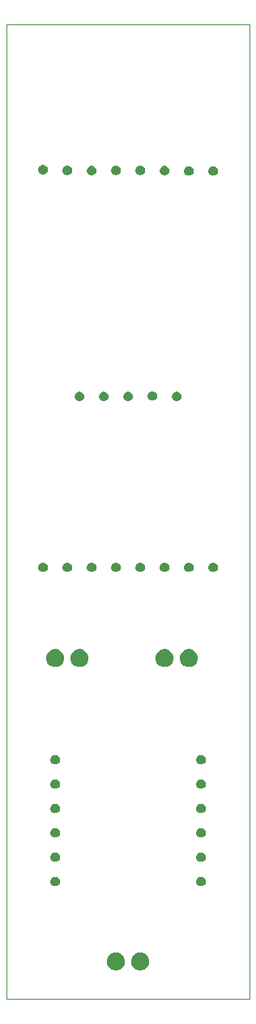
<source format=gbs>
G75*
G71*
%OFA0B0*%
%FSLAX23Y23*%
%IPPOS*%
%LPD*%
%ADD10C,0.1*%
%LPD*%D10*
X0Y0D02*
X0Y100D01*
X0Y200D01*
X0Y300D01*
X0Y400D01*
X0Y500D01*
X0Y600D01*
X0Y700D01*
X0Y800D01*
X0Y900D01*
X0Y1000D01*
X0Y1100D01*
X0Y1200D01*
X0Y1300D01*
X0Y1400D01*
X0Y1500D01*
X0Y1600D01*
X0Y1700D01*
X0Y1800D01*
X0Y1900D01*
X0Y2000D01*
X0Y2100D01*
X0Y2200D01*
X0Y2300D01*
X0Y2400D01*
X0Y2500D01*
X0Y2600D01*
X0Y2700D01*
X0Y2800D01*
X0Y2900D01*
X0Y3000D01*
X0Y3100D01*
X0Y3200D01*
X0Y3300D01*
X0Y3400D01*
X0Y3500D01*
X0Y3600D01*
X0Y3700D01*
X0Y3800D01*
X0Y3900D01*
X0Y4000D01*
X0Y4100D01*
X0Y4200D01*
X0Y4300D01*
X0Y4400D01*
X0Y4500D01*
X0Y4600D01*
X0Y4700D01*
X0Y4800D01*
X0Y4900D01*
X0Y5000D01*
X0Y5100D01*
X0Y5200D01*
X0Y5300D01*
X0Y5400D01*
X0Y5500D01*
X0Y5600D01*
X0Y5700D01*
X0Y5800D01*
X0Y5900D01*
X0Y6000D01*
X0Y6100D01*
X0Y6200D01*
X0Y6300D01*
X0Y6400D01*
X0Y6500D01*
X0Y6600D01*
X0Y6700D01*
X0Y6800D01*
X0Y6900D01*
X0Y7000D01*
X0Y7100D01*
X0Y7200D01*
X0Y7300D01*
X0Y7400D01*
X0Y7500D01*
X0Y7600D01*
X0Y7700D01*
X0Y7800D01*
X0Y7900D01*
X0Y8000D01*
X0Y8100D01*
X0Y8200D01*
X0Y8300D01*
X0Y8400D01*
X0Y8500D01*
X0Y8600D01*
X0Y8700D01*
X0Y8800D01*
X0Y8900D01*
X0Y9000D01*
X0Y9100D01*
X0Y9200D01*
X0Y9300D01*
X0Y9400D01*
X0Y9500D01*
X0Y9600D01*
X0Y9700D01*
X0Y9800D01*
X0Y9900D01*
X0Y10000D01*
X0Y10100D01*
X0Y10200D01*
X0Y10300D01*
X0Y10400D01*
X0Y10500D01*
X0Y10600D01*
X0Y10700D01*
X0Y10800D01*
X0Y10900D01*
X0Y11000D01*
X0Y11100D01*
X0Y11200D01*
X0Y11300D01*
X0Y11400D01*
X0Y11500D01*
X0Y11600D01*
X0Y11700D01*
X0Y11800D01*
X0Y11900D01*
X0Y12000D01*
X0Y12100D01*
X0Y12200D01*
X0Y12300D01*
X0Y12400D01*
X0Y12500D01*
X0Y12600D01*
X0Y12700D01*
X0Y12800D01*
X0Y12900D01*
X0Y13000D01*
X0Y13100D01*
X0Y13200D01*
X0Y13300D01*
X0Y13400D01*
X0Y13500D01*
X0Y13600D01*
X0Y13700D01*
X0Y13800D01*
X0Y13900D01*
X0Y14000D01*
X0Y14100D01*
X0Y14200D01*
X0Y14300D01*
X0Y14400D01*
X0Y14500D01*
X0Y14600D01*
X0Y14700D01*
X0Y14800D01*
X0Y14900D01*
X0Y15000D01*
X0Y15100D01*
X0Y15200D01*
X0Y15300D01*
X0Y15400D01*
X0Y15500D01*
X0Y15600D01*
X0Y15700D01*
X0Y15800D01*
X0Y15900D01*
X0Y16000D01*
X0Y16100D01*
X0Y16200D01*
X0Y16300D01*
X0Y16400D01*
X0Y16500D01*
X0Y16600D01*
X0Y16700D01*
X0Y16800D01*
X0Y16900D01*
X0Y17000D01*
X0Y17100D01*
X0Y17200D01*
X0Y17300D01*
X0Y17400D01*
X0Y17500D01*
X0Y17600D01*
X0Y17700D01*
X0Y17800D01*
X0Y17900D01*
X0Y18000D01*
X0Y18100D01*
X0Y18200D01*
X0Y18300D01*
X0Y18400D01*
X0Y18500D01*
X0Y18600D01*
X0Y18700D01*
X0Y18800D01*
X0Y18900D01*
X0Y19000D01*
X0Y19100D01*
X0Y19200D01*
X0Y19300D01*
X0Y19400D01*
X0Y19500D01*
X0Y19600D01*
X0Y19700D01*
X0Y19800D01*
X0Y19900D01*
X0Y20000D01*
X0Y20100D01*
X0Y20200D01*
X0Y20300D01*
X0Y20400D01*
X0Y20500D01*
X0Y20600D01*
X0Y20700D01*
X0Y20800D01*
X0Y20900D01*
X0Y21000D01*
X0Y21100D01*
X0Y21200D01*
X0Y21300D01*
X0Y21400D01*
X0Y21500D01*
X0Y21600D01*
X0Y21700D01*
X0Y21800D01*
X0Y21900D01*
X0Y22000D01*
X0Y22100D01*
X0Y22200D01*
X0Y22300D01*
X0Y22400D01*
X0Y22500D01*
X0Y22600D01*
X0Y22700D01*
X0Y22800D01*
X0Y22900D01*
X0Y23000D01*
X0Y23100D01*
X0Y23200D01*
X0Y23300D01*
X0Y23400D01*
X0Y23500D01*
X0Y23600D01*
X0Y23700D01*
X0Y23800D01*
X0Y23900D01*
X0Y24000D01*
X0Y24100D01*
X0Y24200D01*
X0Y24300D01*
X0Y24400D01*
X0Y24500D01*
X0Y24600D01*
X0Y24700D01*
X0Y24800D01*
X0Y24900D01*
X0Y25000D01*
X0Y25100D01*
X0Y25200D01*
X0Y25300D01*
X0Y25400D01*
X0Y25500D01*
X0Y25600D01*
X0Y25700D01*
X0Y25800D01*
X0Y25900D01*
X0Y26000D01*
X0Y26100D01*
X0Y26200D01*
X0Y26300D01*
X0Y26400D01*
X0Y26500D01*
X0Y26600D01*
X0Y26700D01*
X0Y26800D01*
X0Y26900D01*
X0Y27000D01*
X0Y27100D01*
X0Y27200D01*
X0Y27300D01*
X0Y27400D01*
X0Y27500D01*
X0Y27600D01*
X0Y27700D01*
X0Y27800D01*
X0Y27900D01*
X0Y28000D01*
X0Y28100D01*
X0Y28200D01*
X0Y28300D01*
X0Y28400D01*
X0Y28500D01*
X0Y28600D01*
X0Y28700D01*
X0Y28800D01*
X0Y28900D01*
X0Y29000D01*
X0Y29100D01*
X0Y29200D01*
X0Y29300D01*
X0Y29400D01*
X0Y29500D01*
X0Y29600D01*
X0Y29700D01*
X0Y29800D01*
X0Y29900D01*
X0Y30000D01*
X0Y30100D01*
X0Y30200D01*
X0Y30300D01*
X0Y30400D01*
X0Y30500D01*
X0Y30600D01*
X0Y30700D01*
X0Y30800D01*
X0Y30900D01*
X0Y31000D01*
X0Y31100D01*
X0Y31200D01*
X0Y31300D01*
X0Y31400D01*
X0Y31500D01*
X0Y31600D01*
X0Y31700D01*
X0Y31800D01*
X0Y31900D01*
X0Y32000D01*
X0Y32100D01*
X0Y32200D01*
X0Y32300D01*
X0Y32400D01*
X0Y32500D01*
X0Y32600D01*
X0Y32700D01*
X0Y32800D01*
X0Y32900D01*
X0Y33000D01*
X0Y33100D01*
X0Y33200D01*
X0Y33300D01*
X0Y33400D01*
X0Y33500D01*
X0Y33600D01*
X0Y33700D01*
X0Y33800D01*
X0Y33900D01*
X0Y34000D01*
X0Y34100D01*
X0Y34200D01*
X0Y34300D01*
X0Y34400D01*
X0Y34500D01*
X0Y34600D01*
X0Y34700D01*
X0Y34800D01*
X0Y34900D01*
X0Y35000D01*
X0Y35100D01*
X0Y35200D01*
X0Y35300D01*
X0Y35400D01*
X0Y35500D01*
X0Y35600D01*
X0Y35700D01*
X0Y35800D01*
X0Y35900D01*
X0Y36000D01*
X0Y36100D01*
X0Y36200D01*
X0Y36300D01*
X0Y36400D01*
X0Y36500D01*
X0Y36600D01*
X0Y36700D01*
X0Y36800D01*
X0Y36900D01*
X0Y37000D01*
X0Y37100D01*
X0Y37200D01*
X0Y37300D01*
X0Y37400D01*
X0Y37500D01*
X0Y37600D01*
X0Y37700D01*
X0Y37800D01*
X0Y37900D01*
X0Y38000D01*
X0Y38100D01*
X0Y38200D01*
X0Y38300D01*
X0Y38400D01*
X0Y38500D01*
X0Y38600D01*
X0Y38700D01*
X0Y38800D01*
X0Y38900D01*
X0Y39000D01*
X0Y39100D01*
X0Y39200D01*
X0Y39300D01*
X0Y39400D01*
X0Y39500D01*
X0Y39600D01*
X0Y39700D01*
X0Y39800D01*
X0Y39900D01*
X0Y40000D01*
X0Y40100D01*
X0Y40200D01*
X0Y40300D01*
X0Y40400D01*
X0Y40500D01*
X0Y40600D01*
X0Y40700D01*
X0Y40800D01*
X0Y40900D01*
X0Y41000D01*
X0Y41100D01*
X0Y41200D01*
X0Y41300D01*
X0Y41400D01*
X0Y41500D01*
X0Y41600D01*
X0Y41700D01*
X0Y41800D01*
X0Y41900D01*
X0Y42000D01*
X0Y42100D01*
X0Y42200D01*
X0Y42300D01*
X0Y42400D01*
X0Y42500D01*
X0Y42600D01*
X0Y42700D01*
X0Y42800D01*
X0Y42900D01*
X0Y43000D01*
X0Y43100D01*
X0Y43200D01*
X0Y43300D01*
X0Y43400D01*
X0Y43500D01*
X0Y43600D01*
X0Y43700D01*
X0Y43800D01*
X0Y43900D01*
X0Y44000D01*
X0Y44100D01*
X0Y44200D01*
X0Y44300D01*
X0Y44400D01*
X0Y44500D01*
X0Y44600D01*
X0Y44700D01*
X0Y44800D01*
X0Y44900D01*
X0Y45000D01*
X0Y45100D01*
X0Y45200D01*
X0Y45300D01*
X0Y45400D01*
X0Y45500D01*
X0Y45600D01*
X0Y45700D01*
X0Y45800D01*
X0Y45900D01*
X0Y46000D01*
X0Y46100D01*
X0Y46200D01*
X0Y46300D01*
X0Y46400D01*
X0Y46500D01*
X0Y46600D01*
X0Y46700D01*
X0Y46800D01*
X0Y46900D01*
X0Y47000D01*
X0Y47100D01*
X0Y47200D01*
X0Y47300D01*
X0Y47400D01*
X0Y47500D01*
X0Y47600D01*
X0Y47700D01*
X0Y47800D01*
X0Y47900D01*
X0Y48000D01*
X0Y48100D01*
X0Y48200D01*
X0Y48300D01*
X0Y48400D01*
X0Y48500D01*
X0Y48600D01*
X0Y48700D01*
X0Y48800D01*
X0Y48900D01*
X0Y49000D01*
X0Y49100D01*
X0Y49200D01*
X0Y49300D01*
X0Y49400D01*
X0Y49500D01*
X0Y49600D01*
X0Y49700D01*
X0Y49800D01*
X0Y49900D01*
X0Y50000D01*
X0Y50100D01*
X0Y50200D01*
X0Y50300D01*
X0Y50400D01*
X0Y50500D01*
X0Y50600D01*
X0Y50700D01*
X0Y50800D01*
X0Y50900D01*
X0Y51000D01*
X0Y51100D01*
X0Y51200D01*
X0Y51300D01*
X0Y51400D01*
X0Y51500D01*
X0Y51600D01*
X0Y51700D01*
X0Y51800D01*
X0Y51900D01*
X0Y52000D01*
X0Y52100D01*
X0Y52200D01*
X0Y52300D01*
X0Y52400D01*
X0Y52500D01*
X0Y52600D01*
X0Y52700D01*
X0Y52800D01*
X0Y52900D01*
X0Y53000D01*
X0Y53100D01*
X0Y53200D01*
X0Y53300D01*
X0Y53400D01*
X0Y53500D01*
X0Y53600D01*
X0Y53700D01*
X0Y53800D01*
X0Y53900D01*
X0Y54000D01*
X0Y54100D01*
X0Y54200D01*
X0Y54300D01*
X0Y54400D01*
X0Y54500D01*
X0Y54600D01*
X0Y54700D01*
X0Y54800D01*
X0Y54900D01*
X0Y55000D01*
X0Y55100D01*
X0Y55200D01*
X0Y55300D01*
X0Y55400D01*
X0Y55500D01*
X0Y55600D01*
X0Y55700D01*
X0Y55800D01*
X0Y55900D01*
X0Y56000D01*
X0Y56100D01*
X0Y56200D01*
X0Y56300D01*
X0Y56400D01*
X0Y56500D01*
X0Y56600D01*
X0Y56700D01*
X0Y56800D01*
X0Y56900D01*
X0Y57000D01*
X0Y57100D01*
X0Y57200D01*
X0Y57300D01*
X0Y57400D01*
X0Y57500D01*
X0Y57600D01*
X0Y57700D01*
X0Y57800D01*
X0Y57900D01*
X0Y58000D01*
X0Y58100D01*
X0Y58200D01*
X0Y58300D01*
X0Y58400D01*
X0Y58500D01*
X0Y58600D01*
X0Y58700D01*
X0Y58800D01*
X0Y58900D01*
X0Y59000D01*
X0Y59100D01*
X0Y59200D01*
X0Y59300D01*
X0Y59400D01*
X0Y59500D01*
X0Y59600D01*
X0Y59700D01*
X0Y59800D01*
X0Y59900D01*
X0Y60000D01*
X0Y60100D01*
X0Y60200D01*
X0Y60300D01*
X0Y60400D01*
X0Y60500D01*
X0Y60600D01*
X0Y60700D01*
X0Y60800D01*
X0Y60900D01*
X0Y61000D01*
X0Y61100D01*
X0Y61200D01*
X0Y61300D01*
X0Y61400D01*
X0Y61500D01*
X0Y61600D01*
X0Y61700D01*
X0Y61800D01*
X0Y61900D01*
X0Y62000D01*
X0Y62100D01*
X0Y62200D01*
X0Y62300D01*
X0Y62400D01*
X0Y62500D01*
X0Y62600D01*
X0Y62700D01*
X0Y62800D01*
X0Y62900D01*
X0Y63000D01*
X0Y63100D01*
X0Y63200D01*
X0Y63300D01*
X0Y63400D01*
X0Y63500D01*
X0Y63600D01*
X0Y63700D01*
X0Y63800D01*
X0Y63900D01*
X0Y64000D01*
X0Y64100D01*
X0Y64200D01*
X0Y64300D01*
X0Y64400D01*
X0Y64500D01*
X0Y64600D01*
X0Y64700D01*
X0Y64800D01*
X0Y64900D01*
X0Y65000D01*
X0Y65100D01*
X0Y65200D01*
X0Y65300D01*
X0Y65400D01*
X0Y65500D01*
X0Y65600D01*
X0Y65700D01*
X0Y65800D01*
X0Y65900D01*
X0Y66000D01*
X0Y66100D01*
X0Y66200D01*
X0Y66300D01*
X0Y66400D01*
X0Y66500D01*
X0Y66600D01*
X0Y66700D01*
X0Y66800D01*
X0Y66900D01*
X0Y67000D01*
X0Y67100D01*
X0Y67200D01*
X0Y67300D01*
X0Y67400D01*
X0Y67500D01*
X0Y67600D01*
X0Y67700D01*
X0Y67800D01*
X0Y67900D01*
X0Y68000D01*
X0Y68100D01*
X0Y68200D01*
X0Y68300D01*
X0Y68400D01*
X0Y68500D01*
X0Y68600D01*
X0Y68700D01*
X0Y68800D01*
X0Y68900D01*
X0Y69000D01*
X0Y69100D01*
X0Y69200D01*
X0Y69300D01*
X0Y69400D01*
X0Y69500D01*
X0Y69600D01*
X0Y69700D01*
X0Y69800D01*
X0Y69900D01*
X0Y70000D01*
X0Y70100D01*
X0Y70200D01*
X0Y70300D01*
X0Y70400D01*
X0Y70500D01*
X0Y70600D01*
X0Y70700D01*
X0Y70800D01*
X0Y70900D01*
X0Y71000D01*
X0Y71100D01*
X0Y71200D01*
X0Y71300D01*
X0Y71400D01*
X0Y71500D01*
X0Y71600D01*
X0Y71700D01*
X0Y71800D01*
X0Y71900D01*
X0Y72000D01*
X0Y72100D01*
X0Y72200D01*
X0Y72300D01*
X0Y72400D01*
X0Y72500D01*
X0Y72600D01*
X0Y72700D01*
X0Y72800D01*
X0Y72900D01*
X0Y73000D01*
X0Y73100D01*
X0Y73200D01*
X0Y73300D01*
X0Y73400D01*
X0Y73500D01*
X0Y73600D01*
X0Y73700D01*
X0Y73800D01*
X0Y73900D01*
X0Y74000D01*
X0Y74100D01*
X0Y74200D01*
X0Y74300D01*
X0Y74400D01*
X0Y74500D01*
X0Y74600D01*
X0Y74700D01*
X0Y74800D01*
X0Y74900D01*
X0Y75000D01*
X0Y75100D01*
X0Y75200D01*
X0Y75300D01*
X0Y75400D01*
X0Y75500D01*
X0Y75600D01*
X0Y75700D01*
X0Y75800D01*
X0Y75900D01*
X0Y76000D01*
X0Y76100D01*
X0Y76200D01*
X0Y76300D01*
X0Y76400D01*
X0Y76500D01*
X0Y76600D01*
X0Y76700D01*
X0Y76800D01*
X0Y76900D01*
X0Y77000D01*
X0Y77100D01*
X0Y77200D01*
X0Y77300D01*
X0Y77400D01*
X0Y77500D01*
X0Y77600D01*
X0Y77700D01*
X0Y77800D01*
X0Y77900D01*
X0Y78000D01*
X0Y78100D01*
X0Y78200D01*
X0Y78300D01*
X0Y78400D01*
X0Y78500D01*
X0Y78600D01*
X0Y78700D01*
X0Y78800D01*
X0Y78900D01*
X0Y79000D01*
X0Y79100D01*
X0Y79200D01*
X0Y79300D01*
X0Y79400D01*
X0Y79500D01*
X0Y79600D01*
X0Y79700D01*
X0Y79800D01*
X0Y79900D01*
X0Y80000D01*
X0Y80100D01*
X0Y80200D01*
X0Y80300D01*
X0Y80400D01*
X0Y80500D01*
X0Y80600D01*
X0Y80700D01*
X0Y80800D01*
X0Y80900D01*
X0Y81000D01*
X0Y81100D01*
X0Y81200D01*
X0Y81300D01*
X0Y81400D01*
X0Y81500D01*
X0Y81600D01*
X0Y81700D01*
X0Y81800D01*
X0Y81900D01*
X0Y82000D01*
X0Y82100D01*
X0Y82200D01*
X0Y82300D01*
X0Y82400D01*
X0Y82500D01*
X0Y82600D01*
X0Y82700D01*
X0Y82800D01*
X0Y82900D01*
X0Y83000D01*
X0Y83100D01*
X0Y83200D01*
X0Y83300D01*
X0Y83400D01*
X0Y83500D01*
X0Y83600D01*
X0Y83700D01*
X0Y83800D01*
X0Y83900D01*
X0Y84000D01*
X0Y84100D01*
X0Y84200D01*
X0Y84300D01*
X0Y84400D01*
X0Y84500D01*
X0Y84600D01*
X0Y84700D01*
X0Y84800D01*
X0Y84900D01*
X0Y85000D01*
X0Y85100D01*
X0Y85200D01*
X0Y85300D01*
X0Y85400D01*
X0Y85500D01*
X0Y85600D01*
X0Y85700D01*
X0Y85800D01*
X0Y85900D01*
X0Y86000D01*
X0Y86100D01*
X0Y86200D01*
X0Y86300D01*
X0Y86400D01*
X0Y86500D01*
X0Y86600D01*
X0Y86700D01*
X0Y86800D01*
X0Y86900D01*
X0Y87000D01*
X0Y87100D01*
X0Y87200D01*
X0Y87300D01*
X0Y87400D01*
X0Y87500D01*
X0Y87600D01*
X0Y87700D01*
X0Y87800D01*
X0Y87900D01*
X0Y88000D01*
X0Y88100D01*
X0Y88200D01*
X0Y88300D01*
X0Y88400D01*
X0Y88500D01*
X0Y88600D01*
X0Y88700D01*
X0Y88800D01*
X0Y88900D01*
X0Y89000D01*
X0Y89100D01*
X0Y89200D01*
X0Y89300D01*
X0Y89400D01*
X0Y89500D01*
X0Y89600D01*
X0Y89700D01*
X0Y89800D01*
X0Y89900D01*
X0Y90000D01*
X0Y90100D01*
X0Y90200D01*
X0Y90300D01*
X0Y90400D01*
X0Y90500D01*
X0Y90600D01*
X0Y90700D01*
X0Y90800D01*
X0Y90900D01*
X0Y91000D01*
X0Y91100D01*
X0Y91200D01*
X0Y91300D01*
X0Y91400D01*
X0Y91500D01*
X0Y91600D01*
X0Y91700D01*
X0Y91800D01*
X0Y91900D01*
X0Y92000D01*
X0Y92100D01*
X0Y92200D01*
X0Y92300D01*
X0Y92400D01*
X0Y92500D01*
X0Y92600D01*
X0Y92700D01*
X0Y92800D01*
X0Y92900D01*
X0Y93000D01*
X0Y93100D01*
X0Y93200D01*
X0Y93300D01*
X0Y93400D01*
X0Y93500D01*
X0Y93600D01*
X0Y93700D01*
X0Y93800D01*
X0Y93900D01*
X0Y94000D01*
X0Y94100D01*
X0Y94200D01*
X0Y94300D01*
X0Y94400D01*
X0Y94500D01*
X0Y94600D01*
X0Y94700D01*
X0Y94800D01*
X0Y94900D01*
X0Y95000D01*
X0Y95100D01*
X0Y95200D01*
X0Y95300D01*
X0Y95400D01*
X0Y95500D01*
X0Y95600D01*
X0Y95700D01*
X0Y95800D01*
X0Y95900D01*
X0Y96000D01*
X0Y96100D01*
X0Y96200D01*
X0Y96300D01*
X0Y96400D01*
X0Y96500D01*
X0Y96600D01*
X0Y96700D01*
X0Y96800D01*
X0Y96900D01*
X0Y97000D01*
X0Y97100D01*
X0Y97200D01*
X0Y97300D01*
X0Y97400D01*
X0Y97500D01*
X0Y97600D01*
X0Y97700D01*
X0Y97800D01*
X0Y97900D01*
X0Y98000D01*
X0Y98100D01*
X0Y98200D01*
X0Y98300D01*
X0Y98400D01*
X0Y98500D01*
X0Y98600D01*
X0Y98700D01*
X0Y98800D01*
X0Y98900D01*
X0Y99000D01*
X0Y99100D01*
X0Y99200D01*
X0Y99300D01*
X0Y99400D01*
X0Y99500D01*
X0Y99600D01*
X0Y99700D01*
X0Y99800D01*
X0Y99900D01*
X0Y100000D01*
X0Y100100D01*
X0Y100200D01*
X0Y100300D01*
X0Y100400D01*
X0Y100500D01*
X0Y100600D01*
X0Y100700D01*
X0Y100800D01*
X0Y100900D01*
X0Y101000D01*
X0Y101100D01*
X0Y101200D01*
X0Y101300D01*
X0Y101400D01*
X0Y101500D01*
X0Y101600D01*
X100Y101600D01*
X200Y101600D01*
X300Y101600D01*
X400Y101600D01*
X500Y101600D01*
X600Y101600D01*
X700Y101600D01*
X800Y101600D01*
X900Y101600D01*
X1000Y101600D01*
X1100Y101600D01*
X1200Y101600D01*
X1300Y101600D01*
X1400Y101600D01*
X1500Y101600D01*
X1600Y101600D01*
X1700Y101600D01*
X1800Y101600D01*
X1900Y101600D01*
X2000Y101600D01*
X2100Y101600D01*
X2200Y101600D01*
X2300Y101600D01*
X2400Y101600D01*
X2500Y101600D01*
X2600Y101600D01*
X2700Y101600D01*
X2800Y101600D01*
X2900Y101600D01*
X3000Y101600D01*
X3100Y101600D01*
X3200Y101600D01*
X3300Y101600D01*
X3400Y101600D01*
X3500Y101600D01*
X3600Y101600D01*
X3700Y101600D01*
X3800Y101600D01*
X3900Y101600D01*
X4000Y101600D01*
X4100Y101600D01*
X4200Y101600D01*
X4300Y101600D01*
X4400Y101600D01*
X4500Y101600D01*
X4600Y101600D01*
X4700Y101600D01*
X4800Y101600D01*
X4900Y101600D01*
X5000Y101600D01*
X5100Y101600D01*
X5200Y101600D01*
X5300Y101600D01*
X5400Y101600D01*
X5500Y101600D01*
X5600Y101600D01*
X5700Y101600D01*
X5800Y101600D01*
X5900Y101600D01*
X6000Y101600D01*
X6100Y101600D01*
X6200Y101600D01*
X6300Y101600D01*
X6400Y101600D01*
X6500Y101600D01*
X6600Y101600D01*
X6700Y101600D01*
X6800Y101600D01*
X6900Y101600D01*
X7000Y101600D01*
X7100Y101600D01*
X7200Y101600D01*
X7300Y101600D01*
X7400Y101600D01*
X7500Y101600D01*
X7600Y101600D01*
X7700Y101600D01*
X7800Y101600D01*
X7900Y101600D01*
X8000Y101600D01*
X8100Y101600D01*
X8200Y101600D01*
X8300Y101600D01*
X8400Y101600D01*
X8500Y101600D01*
X8600Y101600D01*
X8700Y101600D01*
X8800Y101600D01*
X8900Y101600D01*
X9000Y101600D01*
X9100Y101600D01*
X9200Y101600D01*
X9300Y101600D01*
X9400Y101600D01*
X9500Y101600D01*
X9600Y101600D01*
X9700Y101600D01*
X9800Y101600D01*
X9900Y101600D01*
X10000Y101600D01*
X10100Y101600D01*
X10200Y101600D01*
X10300Y101600D01*
X10400Y101600D01*
X10500Y101600D01*
X10600Y101600D01*
X10700Y101600D01*
X10800Y101600D01*
X10900Y101600D01*
X11000Y101600D01*
X11100Y101600D01*
X11200Y101600D01*
X11300Y101600D01*
X11400Y101600D01*
X11500Y101600D01*
X11600Y101600D01*
X11700Y101600D01*
X11800Y101600D01*
X11900Y101600D01*
X12000Y101600D01*
X12100Y101600D01*
X12200Y101600D01*
X12300Y101600D01*
X12400Y101600D01*
X12500Y101600D01*
X12600Y101600D01*
X12700Y101600D01*
X12800Y101600D01*
X12900Y101600D01*
X13000Y101600D01*
X13100Y101600D01*
X13200Y101600D01*
X13300Y101600D01*
X13400Y101600D01*
X13500Y101600D01*
X13600Y101600D01*
X13700Y101600D01*
X13800Y101600D01*
X13900Y101600D01*
X14000Y101600D01*
X14100Y101600D01*
X14200Y101600D01*
X14300Y101600D01*
X14400Y101600D01*
X14500Y101600D01*
X14600Y101600D01*
X14700Y101600D01*
X14800Y101600D01*
X14900Y101600D01*
X15000Y101600D01*
X15100Y101600D01*
X15200Y101600D01*
X15300Y101600D01*
X15400Y101600D01*
X15500Y101600D01*
X15600Y101600D01*
X15700Y101600D01*
X15800Y101600D01*
X15900Y101600D01*
X16000Y101600D01*
X16100Y101600D01*
X16200Y101600D01*
X16300Y101600D01*
X16400Y101600D01*
X16500Y101600D01*
X16600Y101600D01*
X16700Y101600D01*
X16800Y101600D01*
X16900Y101600D01*
X17000Y101600D01*
X17100Y101600D01*
X17200Y101600D01*
X17300Y101600D01*
X17400Y101600D01*
X17500Y101600D01*
X17600Y101600D01*
X17700Y101600D01*
X17800Y101600D01*
X17900Y101600D01*
X18000Y101600D01*
X18100Y101600D01*
X18200Y101600D01*
X18300Y101600D01*
X18400Y101600D01*
X18500Y101600D01*
X18600Y101600D01*
X18700Y101600D01*
X18800Y101600D01*
X18900Y101600D01*
X19000Y101600D01*
X19100Y101600D01*
X19200Y101600D01*
X19300Y101600D01*
X19400Y101600D01*
X19500Y101600D01*
X19600Y101600D01*
X19700Y101600D01*
X19800Y101600D01*
X19900Y101600D01*
X20000Y101600D01*
X20100Y101600D01*
X20200Y101600D01*
X20300Y101600D01*
X20400Y101600D01*
X20500Y101600D01*
X20600Y101600D01*
X20700Y101600D01*
X20800Y101600D01*
X20900Y101600D01*
X21000Y101600D01*
X21100Y101600D01*
X21200Y101600D01*
X21300Y101600D01*
X21400Y101600D01*
X21500Y101600D01*
X21600Y101600D01*
X21700Y101600D01*
X21800Y101600D01*
X21900Y101600D01*
X22000Y101600D01*
X22100Y101600D01*
X22200Y101600D01*
X22300Y101600D01*
X22400Y101600D01*
X22500Y101600D01*
X22600Y101600D01*
X22700Y101600D01*
X22800Y101600D01*
X22900Y101600D01*
X23000Y101600D01*
X23100Y101600D01*
X23200Y101600D01*
X23300Y101600D01*
X23400Y101600D01*
X23500Y101600D01*
X23600Y101600D01*
X23700Y101600D01*
X23800Y101600D01*
X23900Y101600D01*
X24000Y101600D01*
X24100Y101600D01*
X24200Y101600D01*
X24300Y101600D01*
X24400Y101600D01*
X24500Y101600D01*
X24600Y101600D01*
X24700Y101600D01*
X24800Y101600D01*
X24900Y101600D01*
X25000Y101600D01*
X25100Y101600D01*
X25200Y101600D01*
X25300Y101600D01*
X25400Y101600D01*
X25400Y101500D01*
X25400Y101400D01*
X25400Y101300D01*
X25400Y101200D01*
X25400Y101100D01*
X25400Y101000D01*
X25400Y100900D01*
X25400Y100800D01*
X25400Y100700D01*
X25400Y100600D01*
X25400Y100500D01*
X25400Y100400D01*
X25400Y100300D01*
X25400Y100200D01*
X25400Y100100D01*
X25400Y100000D01*
X25400Y99900D01*
X25400Y99800D01*
X25400Y99700D01*
X25400Y99600D01*
X25400Y99500D01*
X25400Y99400D01*
X25400Y99300D01*
X25400Y99200D01*
X25400Y99100D01*
X25400Y99000D01*
X25400Y98900D01*
X25400Y98800D01*
X25400Y98700D01*
X25400Y98600D01*
X25400Y98500D01*
X25400Y98400D01*
X25400Y98300D01*
X25400Y98200D01*
X25400Y98100D01*
X25400Y98000D01*
X25400Y97900D01*
X25400Y97800D01*
X25400Y97700D01*
X25400Y97600D01*
X25400Y97500D01*
X25400Y97400D01*
X25400Y97300D01*
X25400Y97200D01*
X25400Y97100D01*
X25400Y97000D01*
X25400Y96900D01*
X25400Y96800D01*
X25400Y96700D01*
X25400Y96600D01*
X25400Y96500D01*
X25400Y96400D01*
X25400Y96300D01*
X25400Y96200D01*
X25400Y96100D01*
X25400Y96000D01*
X25400Y95900D01*
X25400Y95800D01*
X25400Y95700D01*
X25400Y95600D01*
X25400Y95500D01*
X25400Y95400D01*
X25400Y95300D01*
X25400Y95200D01*
X25400Y95100D01*
X25400Y95000D01*
X25400Y94900D01*
X25400Y94800D01*
X25400Y94700D01*
X25400Y94600D01*
X25400Y94500D01*
X25400Y94400D01*
X25400Y94300D01*
X25400Y94200D01*
X25400Y94100D01*
X25400Y94000D01*
X25400Y93900D01*
X25400Y93800D01*
X25400Y93700D01*
X25400Y93600D01*
X25400Y93500D01*
X25400Y93400D01*
X25400Y93300D01*
X25400Y93200D01*
X25400Y93100D01*
X25400Y93000D01*
X25400Y92900D01*
X25400Y92800D01*
X25400Y92700D01*
X25400Y92600D01*
X25400Y92500D01*
X25400Y92400D01*
X25400Y92300D01*
X25400Y92200D01*
X25400Y92100D01*
X25400Y92000D01*
X25400Y91900D01*
X25400Y91800D01*
X25400Y91700D01*
X25400Y91600D01*
X25400Y91500D01*
X25400Y91400D01*
X25400Y91300D01*
X25400Y91200D01*
X25400Y91100D01*
X25400Y91000D01*
X25400Y90900D01*
X25400Y90800D01*
X25400Y90700D01*
X25400Y90600D01*
X25400Y90500D01*
X25400Y90400D01*
X25400Y90300D01*
X25400Y90200D01*
X25400Y90100D01*
X25400Y90000D01*
X25400Y89900D01*
X25400Y89800D01*
X25400Y89700D01*
X25400Y89600D01*
X25400Y89500D01*
X25400Y89400D01*
X25400Y89300D01*
X25400Y89200D01*
X25400Y89100D01*
X25400Y89000D01*
X25400Y88900D01*
X25400Y88800D01*
X25400Y88700D01*
X25400Y88600D01*
X25400Y88500D01*
X25400Y88400D01*
X25400Y88300D01*
X25400Y88200D01*
X25400Y88100D01*
X25400Y88000D01*
X25400Y87900D01*
X25400Y87800D01*
X25400Y87700D01*
X25400Y87600D01*
X25400Y87500D01*
X25400Y87400D01*
X25400Y87300D01*
X25400Y87200D01*
X25400Y87100D01*
X25400Y87000D01*
X25400Y86900D01*
X25400Y86800D01*
X25400Y86700D01*
X25400Y86600D01*
X25400Y86500D01*
X25400Y86400D01*
X25400Y86300D01*
X25400Y86200D01*
X25400Y86100D01*
X25400Y86000D01*
X25400Y85900D01*
X25400Y85800D01*
X25400Y85700D01*
X25400Y85600D01*
X25400Y85500D01*
X25400Y85400D01*
X25400Y85300D01*
X25400Y85200D01*
X25400Y85100D01*
X25400Y85000D01*
X25400Y84900D01*
X25400Y84800D01*
X25400Y84700D01*
X25400Y84600D01*
X25400Y84500D01*
X25400Y84400D01*
X25400Y84300D01*
X25400Y84200D01*
X25400Y84100D01*
X25400Y84000D01*
X25400Y83900D01*
X25400Y83800D01*
X25400Y83700D01*
X25400Y83600D01*
X25400Y83500D01*
X25400Y83400D01*
X25400Y83300D01*
X25400Y83200D01*
X25400Y83100D01*
X25400Y83000D01*
X25400Y82900D01*
X25400Y82800D01*
X25400Y82700D01*
X25400Y82600D01*
X25400Y82500D01*
X25400Y82400D01*
X25400Y82300D01*
X25400Y82200D01*
X25400Y82100D01*
X25400Y82000D01*
X25400Y81900D01*
X25400Y81800D01*
X25400Y81700D01*
X25400Y81600D01*
X25400Y81500D01*
X25400Y81400D01*
X25400Y81300D01*
X25400Y81200D01*
X25400Y81100D01*
X25400Y81000D01*
X25400Y80900D01*
X25400Y80800D01*
X25400Y80700D01*
X25400Y80600D01*
X25400Y80500D01*
X25400Y80400D01*
X25400Y80300D01*
X25400Y80200D01*
X25400Y80100D01*
X25400Y80000D01*
X25400Y79900D01*
X25400Y79800D01*
X25400Y79700D01*
X25400Y79600D01*
X25400Y79500D01*
X25400Y79400D01*
X25400Y79300D01*
X25400Y79200D01*
X25400Y79100D01*
X25400Y79000D01*
X25400Y78900D01*
X25400Y78800D01*
X25400Y78700D01*
X25400Y78600D01*
X25400Y78500D01*
X25400Y78400D01*
X25400Y78300D01*
X25400Y78200D01*
X25400Y78100D01*
X25400Y78000D01*
X25400Y77900D01*
X25400Y77800D01*
X25400Y77700D01*
X25400Y77600D01*
X25400Y77500D01*
X25400Y77400D01*
X25400Y77300D01*
X25400Y77200D01*
X25400Y77100D01*
X25400Y77000D01*
X25400Y76900D01*
X25400Y76800D01*
X25400Y76700D01*
X25400Y76600D01*
X25400Y76500D01*
X25400Y76400D01*
X25400Y76300D01*
X25400Y76200D01*
X25400Y76100D01*
X25400Y76000D01*
X25400Y75900D01*
X25400Y75800D01*
X25400Y75700D01*
X25400Y75600D01*
X25400Y75500D01*
X25400Y75400D01*
X25400Y75300D01*
X25400Y75200D01*
X25400Y75100D01*
X25400Y75000D01*
X25400Y74900D01*
X25400Y74800D01*
X25400Y74700D01*
X25400Y74600D01*
X25400Y74500D01*
X25400Y74400D01*
X25400Y74300D01*
X25400Y74200D01*
X25400Y74100D01*
X25400Y74000D01*
X25400Y73900D01*
X25400Y73800D01*
X25400Y73700D01*
X25400Y73600D01*
X25400Y73500D01*
X25400Y73400D01*
X25400Y73300D01*
X25400Y73200D01*
X25400Y73100D01*
X25400Y73000D01*
X25400Y72900D01*
X25400Y72800D01*
X25400Y72700D01*
X25400Y72600D01*
X25400Y72500D01*
X25400Y72400D01*
X25400Y72300D01*
X25400Y72200D01*
X25400Y72100D01*
X25400Y72000D01*
X25400Y71900D01*
X25400Y71800D01*
X25400Y71700D01*
X25400Y71600D01*
X25400Y71500D01*
X25400Y71400D01*
X25400Y71300D01*
X25400Y71200D01*
X25400Y71100D01*
X25400Y71000D01*
X25400Y70900D01*
X25400Y70800D01*
X25400Y70700D01*
X25400Y70600D01*
X25400Y70500D01*
X25400Y70400D01*
X25400Y70300D01*
X25400Y70200D01*
X25400Y70100D01*
X25400Y70000D01*
X25400Y69900D01*
X25400Y69800D01*
X25400Y69700D01*
X25400Y69600D01*
X25400Y69500D01*
X25400Y69400D01*
X25400Y69300D01*
X25400Y69200D01*
X25400Y69100D01*
X25400Y69000D01*
X25400Y68900D01*
X25400Y68800D01*
X25400Y68700D01*
X25400Y68600D01*
X25400Y68500D01*
X25400Y68400D01*
X25400Y68300D01*
X25400Y68200D01*
X25400Y68100D01*
X25400Y68000D01*
X25400Y67900D01*
X25400Y67800D01*
X25400Y67700D01*
X25400Y67600D01*
X25400Y67500D01*
X25400Y67400D01*
X25400Y67300D01*
X25400Y67200D01*
X25400Y67100D01*
X25400Y67000D01*
X25400Y66900D01*
X25400Y66800D01*
X25400Y66700D01*
X25400Y66600D01*
X25400Y66500D01*
X25400Y66400D01*
X25400Y66300D01*
X25400Y66200D01*
X25400Y66100D01*
X25400Y66000D01*
X25400Y65900D01*
X25400Y65800D01*
X25400Y65700D01*
X25400Y65600D01*
X25400Y65500D01*
X25400Y65400D01*
X25400Y65300D01*
X25400Y65200D01*
X25400Y65100D01*
X25400Y65000D01*
X25400Y64900D01*
X25400Y64800D01*
X25400Y64700D01*
X25400Y64600D01*
X25400Y64500D01*
X25400Y64400D01*
X25400Y64300D01*
X25400Y64200D01*
X25400Y64100D01*
X25400Y64000D01*
X25400Y63900D01*
X25400Y63800D01*
X25400Y63700D01*
X25400Y63600D01*
X25400Y63500D01*
X25400Y63400D01*
X25400Y63300D01*
X25400Y63200D01*
X25400Y63100D01*
X25400Y63000D01*
X25400Y62900D01*
X25400Y62800D01*
X25400Y62700D01*
X25400Y62600D01*
X25400Y62500D01*
X25400Y62400D01*
X25400Y62300D01*
X25400Y62200D01*
X25400Y62100D01*
X25400Y62000D01*
X25400Y61900D01*
X25400Y61800D01*
X25400Y61700D01*
X25400Y61600D01*
X25400Y61500D01*
X25400Y61400D01*
X25400Y61300D01*
X25400Y61200D01*
X25400Y61100D01*
X25400Y61000D01*
X25400Y60900D01*
X25400Y60800D01*
X25400Y60700D01*
X25400Y60600D01*
X25400Y60500D01*
X25400Y60400D01*
X25400Y60300D01*
X25400Y60200D01*
X25400Y60100D01*
X25400Y60000D01*
X25400Y59900D01*
X25400Y59800D01*
X25400Y59700D01*
X25400Y59600D01*
X25400Y59500D01*
X25400Y59400D01*
X25400Y59300D01*
X25400Y59200D01*
X25400Y59100D01*
X25400Y59000D01*
X25400Y58900D01*
X25400Y58800D01*
X25400Y58700D01*
X25400Y58600D01*
X25400Y58500D01*
X25400Y58400D01*
X25400Y58300D01*
X25400Y58200D01*
X25400Y58100D01*
X25400Y58000D01*
X25400Y57900D01*
X25400Y57800D01*
X25400Y57700D01*
X25400Y57600D01*
X25400Y57500D01*
X25400Y57400D01*
X25400Y57300D01*
X25400Y57200D01*
X25400Y57100D01*
X25400Y57000D01*
X25400Y56900D01*
X25400Y56800D01*
X25400Y56700D01*
X25400Y56600D01*
X25400Y56500D01*
X25400Y56400D01*
X25400Y56300D01*
X25400Y56200D01*
X25400Y56100D01*
X25400Y56000D01*
X25400Y55900D01*
X25400Y55800D01*
X25400Y55700D01*
X25400Y55600D01*
X25400Y55500D01*
X25400Y55400D01*
X25400Y55300D01*
X25400Y55200D01*
X25400Y55100D01*
X25400Y55000D01*
X25400Y54900D01*
X25400Y54800D01*
X25400Y54700D01*
X25400Y54600D01*
X25400Y54500D01*
X25400Y54400D01*
X25400Y54300D01*
X25400Y54200D01*
X25400Y54100D01*
X25400Y54000D01*
X25400Y53900D01*
X25400Y53800D01*
X25400Y53700D01*
X25400Y53600D01*
X25400Y53500D01*
X25400Y53400D01*
X25400Y53300D01*
X25400Y53200D01*
X25400Y53100D01*
X25400Y53000D01*
X25400Y52900D01*
X25400Y52800D01*
X25400Y52700D01*
X25400Y52600D01*
X25400Y52500D01*
X25400Y52400D01*
X25400Y52300D01*
X25400Y52200D01*
X25400Y52100D01*
X25400Y52000D01*
X25400Y51900D01*
X25400Y51800D01*
X25400Y51700D01*
X25400Y51600D01*
X25400Y51500D01*
X25400Y51400D01*
X25400Y51300D01*
X25400Y51200D01*
X25400Y51100D01*
X25400Y51000D01*
X25400Y50900D01*
X25400Y50800D01*
X25400Y50700D01*
X25400Y50600D01*
X25400Y50500D01*
X25400Y50400D01*
X25400Y50300D01*
X25400Y50200D01*
X25400Y50100D01*
X25400Y50000D01*
X25400Y49900D01*
X25400Y49800D01*
X25400Y49700D01*
X25400Y49600D01*
X25400Y49500D01*
X25400Y49400D01*
X25400Y49300D01*
X25400Y49200D01*
X25400Y49100D01*
X25400Y49000D01*
X25400Y48900D01*
X25400Y48800D01*
X25400Y48700D01*
X25400Y48600D01*
X25400Y48500D01*
X25400Y48400D01*
X25400Y48300D01*
X25400Y48200D01*
X25400Y48100D01*
X25400Y48000D01*
X25400Y47900D01*
X25400Y47800D01*
X25400Y47700D01*
X25400Y47600D01*
X25400Y47500D01*
X25400Y47400D01*
X25400Y47300D01*
X25400Y47200D01*
X25400Y47100D01*
X25400Y47000D01*
X25400Y46900D01*
X25400Y46800D01*
X25400Y46700D01*
X25400Y46600D01*
X25400Y46500D01*
X25400Y46400D01*
X25400Y46300D01*
X25400Y46200D01*
X25400Y46100D01*
X25400Y46000D01*
X25400Y45900D01*
X25400Y45800D01*
X25400Y45700D01*
X25400Y45600D01*
X25400Y45500D01*
X25400Y45400D01*
X25400Y45300D01*
X25400Y45200D01*
X25400Y45100D01*
X25400Y45000D01*
X25400Y44900D01*
X25400Y44800D01*
X25400Y44700D01*
X25400Y44600D01*
X25400Y44500D01*
X25400Y44400D01*
X25400Y44300D01*
X25400Y44200D01*
X25400Y44100D01*
X25400Y44000D01*
X25400Y43900D01*
X25400Y43800D01*
X25400Y43700D01*
X25400Y43600D01*
X25400Y43500D01*
X25400Y43400D01*
X25400Y43300D01*
X25400Y43200D01*
X25400Y43100D01*
X25400Y43000D01*
X25400Y42900D01*
X25400Y42800D01*
X25400Y42700D01*
X25400Y42600D01*
X25400Y42500D01*
X25400Y42400D01*
X25400Y42300D01*
X25400Y42200D01*
X25400Y42100D01*
X25400Y42000D01*
X25400Y41900D01*
X25400Y41800D01*
X25400Y41700D01*
X25400Y41600D01*
X25400Y41500D01*
X25400Y41400D01*
X25400Y41300D01*
X25400Y41200D01*
X25400Y41100D01*
X25400Y41000D01*
X25400Y40900D01*
X25400Y40800D01*
X25400Y40700D01*
X25400Y40600D01*
X25400Y40500D01*
X25400Y40400D01*
X25400Y40300D01*
X25400Y40200D01*
X25400Y40100D01*
X25400Y40000D01*
X25400Y39900D01*
X25400Y39800D01*
X25400Y39700D01*
X25400Y39600D01*
X25400Y39500D01*
X25400Y39400D01*
X25400Y39300D01*
X25400Y39200D01*
X25400Y39100D01*
X25400Y39000D01*
X25400Y38900D01*
X25400Y38800D01*
X25400Y38700D01*
X25400Y38600D01*
X25400Y38500D01*
X25400Y38400D01*
X25400Y38300D01*
X25400Y38200D01*
X25400Y38100D01*
X25400Y38000D01*
X25400Y37900D01*
X25400Y37800D01*
X25400Y37700D01*
X25400Y37600D01*
X25400Y37500D01*
X25400Y37400D01*
X25400Y37300D01*
X25400Y37200D01*
X25400Y37100D01*
X25400Y37000D01*
X25400Y36900D01*
X25400Y36800D01*
X25400Y36700D01*
X25400Y36600D01*
X25400Y36500D01*
X25400Y36400D01*
X25400Y36300D01*
X25400Y36200D01*
X25400Y36100D01*
X25400Y36000D01*
X25400Y35900D01*
X25400Y35800D01*
X25400Y35700D01*
X25400Y35600D01*
X25400Y35500D01*
X25400Y35400D01*
X25400Y35300D01*
X25400Y35200D01*
X25400Y35100D01*
X25400Y35000D01*
X25400Y34900D01*
X25400Y34800D01*
X25400Y34700D01*
X25400Y34600D01*
X25400Y34500D01*
X25400Y34400D01*
X25400Y34300D01*
X25400Y34200D01*
X25400Y34100D01*
X25400Y34000D01*
X25400Y33900D01*
X25400Y33800D01*
X25400Y33700D01*
X25400Y33600D01*
X25400Y33500D01*
X25400Y33400D01*
X25400Y33300D01*
X25400Y33200D01*
X25400Y33100D01*
X25400Y33000D01*
X25400Y32900D01*
X25400Y32800D01*
X25400Y32700D01*
X25400Y32600D01*
X25400Y32500D01*
X25400Y32400D01*
X25400Y32300D01*
X25400Y32200D01*
X25400Y32100D01*
X25400Y32000D01*
X25400Y31900D01*
X25400Y31800D01*
X25400Y31700D01*
X25400Y31600D01*
X25400Y31500D01*
X25400Y31400D01*
X25400Y31300D01*
X25400Y31200D01*
X25400Y31100D01*
X25400Y31000D01*
X25400Y30900D01*
X25400Y30800D01*
X25400Y30700D01*
X25400Y30600D01*
X25400Y30500D01*
X25400Y30400D01*
X25400Y30300D01*
X25400Y30200D01*
X25400Y30100D01*
X25400Y30000D01*
X25400Y29900D01*
X25400Y29800D01*
X25400Y29700D01*
X25400Y29600D01*
X25400Y29500D01*
X25400Y29400D01*
X25400Y29300D01*
X25400Y29200D01*
X25400Y29100D01*
X25400Y29000D01*
X25400Y28900D01*
X25400Y28800D01*
X25400Y28700D01*
X25400Y28600D01*
X25400Y28500D01*
X25400Y28400D01*
X25400Y28300D01*
X25400Y28200D01*
X25400Y28100D01*
X25400Y28000D01*
X25400Y27900D01*
X25400Y27800D01*
X25400Y27700D01*
X25400Y27600D01*
X25400Y27500D01*
X25400Y27400D01*
X25400Y27300D01*
X25400Y27200D01*
X25400Y27100D01*
X25400Y27000D01*
X25400Y26900D01*
X25400Y26800D01*
X25400Y26700D01*
X25400Y26600D01*
X25400Y26500D01*
X25400Y26400D01*
X25400Y26300D01*
X25400Y26200D01*
X25400Y26100D01*
X25400Y26000D01*
X25400Y25900D01*
X25400Y25800D01*
X25400Y25700D01*
X25400Y25600D01*
X25400Y25500D01*
X25400Y25400D01*
X25400Y25300D01*
X25400Y25200D01*
X25400Y25100D01*
X25400Y25000D01*
X25400Y24900D01*
X25400Y24800D01*
X25400Y24700D01*
X25400Y24600D01*
X25400Y24500D01*
X25400Y24400D01*
X25400Y24300D01*
X25400Y24200D01*
X25400Y24100D01*
X25400Y24000D01*
X25400Y23900D01*
X25400Y23800D01*
X25400Y23700D01*
X25400Y23600D01*
X25400Y23500D01*
X25400Y23400D01*
X25400Y23300D01*
X25400Y23200D01*
X25400Y23100D01*
X25400Y23000D01*
X25400Y22900D01*
X25400Y22800D01*
X25400Y22700D01*
X25400Y22600D01*
X25400Y22500D01*
X25400Y22400D01*
X25400Y22300D01*
X25400Y22200D01*
X25400Y22100D01*
X25400Y22000D01*
X25400Y21900D01*
X25400Y21800D01*
X25400Y21700D01*
X25400Y21600D01*
X25400Y21500D01*
X25400Y21400D01*
X25400Y21300D01*
X25400Y21200D01*
X25400Y21100D01*
X25400Y21000D01*
X25400Y20900D01*
X25400Y20800D01*
X25400Y20700D01*
X25400Y20600D01*
X25400Y20500D01*
X25400Y20400D01*
X25400Y20300D01*
X25400Y20200D01*
X25400Y20100D01*
X25400Y20000D01*
X25400Y19900D01*
X25400Y19800D01*
X25400Y19700D01*
X25400Y19600D01*
X25400Y19500D01*
X25400Y19400D01*
X25400Y19300D01*
X25400Y19200D01*
X25400Y19100D01*
X25400Y19000D01*
X25400Y18900D01*
X25400Y18800D01*
X25400Y18700D01*
X25400Y18600D01*
X25400Y18500D01*
X25400Y18400D01*
X25400Y18300D01*
X25400Y18200D01*
X25400Y18100D01*
X25400Y18000D01*
X25400Y17900D01*
X25400Y17800D01*
X25400Y17700D01*
X25400Y17600D01*
X25400Y17500D01*
X25400Y17400D01*
X25400Y17300D01*
X25400Y17200D01*
X25400Y17100D01*
X25400Y17000D01*
X25400Y16900D01*
X25400Y16800D01*
X25400Y16700D01*
X25400Y16600D01*
X25400Y16500D01*
X25400Y16400D01*
X25400Y16300D01*
X25400Y16200D01*
X25400Y16100D01*
X25400Y16000D01*
X25400Y15900D01*
X25400Y15800D01*
X25400Y15700D01*
X25400Y15600D01*
X25400Y15500D01*
X25400Y15400D01*
X25400Y15300D01*
X25400Y15200D01*
X25400Y15100D01*
X25400Y15000D01*
X25400Y14900D01*
X25400Y14800D01*
X25400Y14700D01*
X25400Y14600D01*
X25400Y14500D01*
X25400Y14400D01*
X25400Y14300D01*
X25400Y14200D01*
X25400Y14100D01*
X25400Y14000D01*
X25400Y13900D01*
X25400Y13800D01*
X25400Y13700D01*
X25400Y13600D01*
X25400Y13500D01*
X25400Y13400D01*
X25400Y13300D01*
X25400Y13200D01*
X25400Y13100D01*
X25400Y13000D01*
X25400Y12900D01*
X25400Y12800D01*
X25400Y12700D01*
X25400Y12600D01*
X25400Y12500D01*
X25400Y12400D01*
X25400Y12300D01*
X25400Y12200D01*
X25400Y12100D01*
X25400Y12000D01*
X25400Y11900D01*
X25400Y11800D01*
X25400Y11700D01*
X25400Y11600D01*
X25400Y11500D01*
X25400Y11400D01*
X25400Y11300D01*
X25400Y11200D01*
X25400Y11100D01*
X25400Y11000D01*
X25400Y10900D01*
X25400Y10800D01*
X25400Y10700D01*
X25400Y10600D01*
X25400Y10500D01*
X25400Y10400D01*
X25400Y10300D01*
X25400Y10200D01*
X25400Y10100D01*
X25400Y10000D01*
X25400Y9900D01*
X25400Y9800D01*
X25400Y9700D01*
X25400Y9600D01*
X25400Y9500D01*
X25400Y9400D01*
X25400Y9300D01*
X25400Y9200D01*
X25400Y9100D01*
X25400Y9000D01*
X25400Y8900D01*
X25400Y8800D01*
X25400Y8700D01*
X25400Y8600D01*
X25400Y8500D01*
X25400Y8400D01*
X25400Y8300D01*
X25400Y8200D01*
X25400Y8100D01*
X25400Y8000D01*
X25400Y7900D01*
X25400Y7800D01*
X25400Y7700D01*
X25400Y7600D01*
X25400Y7500D01*
X25400Y7400D01*
X25400Y7300D01*
X25400Y7200D01*
X25400Y7100D01*
X25400Y7000D01*
X25400Y6900D01*
X25400Y6800D01*
X25400Y6700D01*
X25400Y6600D01*
X25400Y6500D01*
X25400Y6400D01*
X25400Y6300D01*
X25400Y6200D01*
X25400Y6100D01*
X25400Y6000D01*
X25400Y5900D01*
X25400Y5800D01*
X25400Y5700D01*
X25400Y5600D01*
X25400Y5500D01*
X25400Y5400D01*
X25400Y5300D01*
X25400Y5200D01*
X25400Y5100D01*
X25400Y5000D01*
X25400Y4900D01*
X25400Y4800D01*
X25400Y4700D01*
X25400Y4600D01*
X25400Y4500D01*
X25400Y4400D01*
X25400Y4300D01*
X25400Y4200D01*
X25400Y4100D01*
X25400Y4000D01*
X25400Y3900D01*
X25400Y3800D01*
X25400Y3700D01*
X25400Y3600D01*
X25400Y3500D01*
X25400Y3400D01*
X25400Y3300D01*
X25400Y3200D01*
X25400Y3100D01*
X25400Y3000D01*
X25400Y2900D01*
X25400Y2800D01*
X25400Y2700D01*
X25400Y2600D01*
X25400Y2500D01*
X25400Y2400D01*
X25400Y2300D01*
X25400Y2200D01*
X25400Y2100D01*
X25400Y2000D01*
X25400Y1900D01*
X25400Y1800D01*
X25400Y1700D01*
X25400Y1600D01*
X25400Y1500D01*
X25400Y1400D01*
X25400Y1300D01*
X25400Y1200D01*
X25400Y1100D01*
X25400Y1000D01*
X25400Y900D01*
X25400Y800D01*
X25400Y700D01*
X25400Y600D01*
X25400Y500D01*
X25400Y400D01*
X25400Y300D01*
X25400Y200D01*
X25400Y100D01*
X25400Y0D01*
X25300Y0D01*
X25200Y0D01*
X25100Y0D01*
X25000Y0D01*
X24900Y0D01*
X24800Y0D01*
X24700Y0D01*
X24600Y0D01*
X24500Y0D01*
X24400Y0D01*
X24300Y0D01*
X24200Y0D01*
X24100Y0D01*
X24000Y0D01*
X23900Y0D01*
X23800Y0D01*
X23700Y0D01*
X23600Y0D01*
X23500Y0D01*
X23400Y0D01*
X23300Y0D01*
X23200Y0D01*
X23100Y0D01*
X23000Y0D01*
X22900Y0D01*
X22800Y0D01*
X22700Y0D01*
X22600Y0D01*
X22500Y0D01*
X22400Y0D01*
X22300Y0D01*
X22200Y0D01*
X22100Y0D01*
X22000Y0D01*
X21900Y0D01*
X21800Y0D01*
X21700Y0D01*
X21600Y0D01*
X21500Y0D01*
X21400Y0D01*
X21300Y0D01*
X21200Y0D01*
X21100Y0D01*
X21000Y0D01*
X20900Y0D01*
X20800Y0D01*
X20700Y0D01*
X20600Y0D01*
X20500Y0D01*
X20400Y0D01*
X20300Y0D01*
X20200Y0D01*
X20100Y0D01*
X20000Y0D01*
X19900Y0D01*
X19800Y0D01*
X19700Y0D01*
X19600Y0D01*
X19500Y0D01*
X19400Y0D01*
X19300Y0D01*
X19200Y0D01*
X19100Y0D01*
X19000Y0D01*
X18900Y0D01*
X18800Y0D01*
X18700Y0D01*
X18600Y0D01*
X18500Y0D01*
X18400Y0D01*
X18300Y0D01*
X18200Y0D01*
X18100Y0D01*
X18000Y0D01*
X17900Y0D01*
X17800Y0D01*
X17700Y0D01*
X17600Y0D01*
X17500Y0D01*
X17400Y0D01*
X17300Y0D01*
X17200Y0D01*
X17100Y0D01*
X17000Y0D01*
X16900Y0D01*
X16800Y0D01*
X16700Y0D01*
X16600Y0D01*
X16500Y0D01*
X16400Y0D01*
X16300Y0D01*
X16200Y0D01*
X16100Y0D01*
X16000Y0D01*
X15900Y0D01*
X15800Y0D01*
X15700Y0D01*
X15600Y0D01*
X15500Y0D01*
X15400Y0D01*
X15300Y0D01*
X15200Y0D01*
X15100Y0D01*
X15000Y0D01*
X14900Y0D01*
X14800Y0D01*
X14700Y0D01*
X14600Y0D01*
X14500Y0D01*
X14400Y0D01*
X14300Y0D01*
X14200Y0D01*
X14100Y0D01*
X14000Y0D01*
X13900Y0D01*
X13800Y0D01*
X13700Y0D01*
X13600Y0D01*
X13500Y0D01*
X13400Y0D01*
X13300Y0D01*
X13200Y0D01*
X13100Y0D01*
X13000Y0D01*
X12900Y0D01*
X12800Y0D01*
X12700Y0D01*
X12600Y0D01*
X12500Y0D01*
X12400Y0D01*
X12300Y0D01*
X12200Y0D01*
X12100Y0D01*
X12000Y0D01*
X11900Y0D01*
X11800Y0D01*
X11700Y0D01*
X11600Y0D01*
X11500Y0D01*
X11400Y0D01*
X11300Y0D01*
X11200Y0D01*
X11100Y0D01*
X11000Y0D01*
X10900Y0D01*
X10800Y0D01*
X10700Y0D01*
X10600Y0D01*
X10500Y0D01*
X10400Y0D01*
X10300Y0D01*
X10200Y0D01*
X10100Y0D01*
X10000Y0D01*
X9900Y0D01*
X9800Y0D01*
X9700Y0D01*
X9600Y0D01*
X9500Y0D01*
X9400Y0D01*
X9300Y0D01*
X9200Y0D01*
X9100Y0D01*
X9000Y0D01*
X8900Y0D01*
X8800Y0D01*
X8700Y0D01*
X8600Y0D01*
X8500Y0D01*
X8400Y0D01*
X8300Y0D01*
X8200Y0D01*
X8100Y0D01*
X8000Y0D01*
X7900Y0D01*
X7800Y0D01*
X7700Y0D01*
X7600Y0D01*
X7500Y0D01*
X7400Y0D01*
X7300Y0D01*
X7200Y0D01*
X7100Y0D01*
X7000Y0D01*
X6900Y0D01*
X6800Y0D01*
X6700Y0D01*
X6600Y0D01*
X6500Y0D01*
X6400Y0D01*
X6300Y0D01*
X6200Y0D01*
X6100Y0D01*
X6000Y0D01*
X5900Y0D01*
X5800Y0D01*
X5700Y0D01*
X5600Y0D01*
X5500Y0D01*
X5400Y0D01*
X5300Y0D01*
X5200Y0D01*
X5100Y0D01*
X5000Y0D01*
X4900Y0D01*
X4800Y0D01*
X4700Y0D01*
X4600Y0D01*
X4500Y0D01*
X4400Y0D01*
X4300Y0D01*
X4200Y0D01*
X4100Y0D01*
X4000Y0D01*
X3900Y0D01*
X3800Y0D01*
X3700Y0D01*
X3600Y0D01*
X3500Y0D01*
X3400Y0D01*
X3300Y0D01*
X3200Y0D01*
X3100Y0D01*
X3000Y0D01*
X2900Y0D01*
X2800Y0D01*
X2700Y0D01*
X2600Y0D01*
X2500Y0D01*
X2400Y0D01*
X2300Y0D01*
X2200Y0D01*
X2100Y0D01*
X2000Y0D01*
X1900Y0D01*
X1800Y0D01*
X1700Y0D01*
X1600Y0D01*
X1500Y0D01*
X1400Y0D01*
X1300Y0D01*
X1200Y0D01*
X1100Y0D01*
X1000Y0D01*
X900Y0D01*
X800Y0D01*
X700Y0D01*
X600Y0D01*
X500Y0D01*
X400Y0D01*
X300Y0D01*
X200Y0D01*
X100Y0D01*
X0Y0D01*
X0Y0D01*
G36*
X17010Y86405D02*
X17010Y86405D01*
X17000Y86307D01*
X16972Y86214D01*
X16926Y86127D01*
X16864Y86051D01*
X16788Y85989D01*
X16701Y85943D01*
X16608Y85915D01*
X16510Y85905D01*
X16510Y85905D01*
X16412Y85915D01*
X16319Y85943D01*
X16232Y85989D01*
X16156Y86051D01*
X16094Y86127D01*
X16048Y86214D01*
X16020Y86307D01*
X16010Y86405D01*
X16010Y86405D01*
X16020Y86503D01*
X16048Y86596D01*
X16094Y86683D01*
X16156Y86759D01*
X16232Y86821D01*
X16319Y86867D01*
X16412Y86895D01*
X16510Y86905D01*
X16510Y86905D01*
X16608Y86895D01*
X16701Y86867D01*
X16788Y86821D01*
X16864Y86759D01*
X16926Y86683D01*
X16972Y86596D01*
X17000Y86503D01*
X17010Y86405D01*
G37*
G36*
X19550Y86360D02*
X19550Y86360D01*
X19540Y86262D01*
X19512Y86169D01*
X19466Y86082D01*
X19404Y86006D01*
X19328Y85944D01*
X19241Y85898D01*
X19148Y85870D01*
X19050Y85860D01*
X19050Y85860D01*
X18952Y85870D01*
X18859Y85898D01*
X18772Y85944D01*
X18696Y86006D01*
X18634Y86082D01*
X18588Y86169D01*
X18560Y86262D01*
X18550Y86360D01*
X18550Y86360D01*
X18560Y86458D01*
X18588Y86551D01*
X18634Y86638D01*
X18696Y86714D01*
X18772Y86776D01*
X18859Y86822D01*
X18952Y86850D01*
X19050Y86860D01*
X19050Y86860D01*
X19148Y86850D01*
X19241Y86822D01*
X19328Y86776D01*
X19404Y86714D01*
X19466Y86638D01*
X19512Y86551D01*
X19540Y86458D01*
X19550Y86360D01*
G37*
G36*
X11930Y86422D02*
X11930Y86422D01*
X11920Y86325D01*
X11892Y86231D01*
X11846Y86144D01*
X11784Y86069D01*
X11708Y86006D01*
X11621Y85960D01*
X11528Y85932D01*
X11430Y85922D01*
X11430Y85922D01*
X11332Y85932D01*
X11239Y85960D01*
X11152Y86006D01*
X11076Y86069D01*
X11014Y86144D01*
X10968Y86231D01*
X10940Y86325D01*
X10930Y86422D01*
X10930Y86422D01*
X10940Y86520D01*
X10968Y86614D01*
X11014Y86700D01*
X11076Y86776D01*
X11152Y86838D01*
X11239Y86884D01*
X11332Y86913D01*
X11430Y86922D01*
X11430Y86922D01*
X11528Y86913D01*
X11621Y86884D01*
X11708Y86838D01*
X11784Y86776D01*
X11846Y86700D01*
X11892Y86614D01*
X11920Y86520D01*
X11930Y86422D01*
G37*
G36*
X6850Y86422D02*
X6850Y86422D01*
X6840Y86325D01*
X6812Y86231D01*
X6766Y86144D01*
X6704Y86069D01*
X6628Y86006D01*
X6541Y85960D01*
X6448Y85932D01*
X6350Y85922D01*
X6350Y85922D01*
X6252Y85932D01*
X6159Y85960D01*
X6072Y86006D01*
X5996Y86069D01*
X5934Y86144D01*
X5888Y86231D01*
X5860Y86325D01*
X5850Y86422D01*
X5850Y86422D01*
X5860Y86520D01*
X5888Y86614D01*
X5934Y86700D01*
X5996Y86776D01*
X6072Y86838D01*
X6159Y86884D01*
X6252Y86913D01*
X6350Y86922D01*
X6350Y86922D01*
X6448Y86913D01*
X6541Y86884D01*
X6628Y86838D01*
X6704Y86776D01*
X6766Y86700D01*
X6812Y86614D01*
X6840Y86520D01*
X6850Y86422D01*
G37*
G36*
X14470Y86422D02*
X14470Y86422D01*
X14460Y86325D01*
X14432Y86231D01*
X14386Y86144D01*
X14324Y86069D01*
X14248Y86006D01*
X14161Y85960D01*
X14068Y85932D01*
X13970Y85922D01*
X13970Y85922D01*
X13872Y85932D01*
X13779Y85960D01*
X13692Y86006D01*
X13616Y86069D01*
X13554Y86144D01*
X13508Y86231D01*
X13480Y86325D01*
X13470Y86422D01*
X13470Y86422D01*
X13480Y86520D01*
X13508Y86614D01*
X13554Y86700D01*
X13616Y86776D01*
X13692Y86838D01*
X13779Y86884D01*
X13872Y86913D01*
X13970Y86922D01*
X13970Y86922D01*
X14068Y86913D01*
X14161Y86884D01*
X14248Y86838D01*
X14324Y86776D01*
X14386Y86700D01*
X14432Y86614D01*
X14460Y86520D01*
X14470Y86422D01*
G37*
G36*
X9390Y86405D02*
X9390Y86405D01*
X9380Y86307D01*
X9352Y86214D01*
X9306Y86127D01*
X9244Y86051D01*
X9168Y85989D01*
X9081Y85943D01*
X8988Y85915D01*
X8890Y85905D01*
X8890Y85905D01*
X8792Y85915D01*
X8699Y85943D01*
X8612Y85989D01*
X8536Y86051D01*
X8474Y86127D01*
X8428Y86214D01*
X8400Y86307D01*
X8390Y86405D01*
X8390Y86405D01*
X8400Y86503D01*
X8428Y86596D01*
X8474Y86683D01*
X8536Y86759D01*
X8612Y86821D01*
X8699Y86867D01*
X8792Y86895D01*
X8890Y86905D01*
X8890Y86905D01*
X8988Y86895D01*
X9081Y86867D01*
X9168Y86821D01*
X9244Y86759D01*
X9306Y86683D01*
X9352Y86596D01*
X9380Y86503D01*
X9390Y86405D01*
G37*
G36*
X22090Y86360D02*
X22090Y86360D01*
X22080Y86262D01*
X22052Y86169D01*
X22006Y86082D01*
X21944Y86006D01*
X21868Y85944D01*
X21781Y85898D01*
X21688Y85870D01*
X21590Y85860D01*
X21590Y85860D01*
X21492Y85870D01*
X21399Y85898D01*
X21312Y85944D01*
X21236Y86006D01*
X21174Y86082D01*
X21128Y86169D01*
X21100Y86262D01*
X21090Y86360D01*
X21090Y86360D01*
X21100Y86458D01*
X21128Y86551D01*
X21174Y86638D01*
X21236Y86714D01*
X21312Y86776D01*
X21399Y86822D01*
X21492Y86850D01*
X21590Y86860D01*
X21590Y86860D01*
X21688Y86850D01*
X21781Y86822D01*
X21868Y86776D01*
X21944Y86714D01*
X22006Y86638D01*
X22052Y86551D01*
X22080Y86458D01*
X22090Y86360D01*
G37*
G36*
X4310Y86499D02*
X4310Y86499D01*
X4300Y86401D01*
X4272Y86307D01*
X4226Y86221D01*
X4164Y86145D01*
X4088Y86083D01*
X4001Y86037D01*
X3908Y86008D01*
X3810Y85999D01*
X3810Y85999D01*
X3712Y86008D01*
X3619Y86037D01*
X3532Y86083D01*
X3456Y86145D01*
X3394Y86221D01*
X3348Y86307D01*
X3320Y86401D01*
X3310Y86499D01*
X3310Y86499D01*
X3320Y86596D01*
X3348Y86690D01*
X3394Y86776D01*
X3456Y86852D01*
X3532Y86914D01*
X3619Y86961D01*
X3712Y86989D01*
X3810Y86999D01*
X3810Y86999D01*
X3908Y86989D01*
X4001Y86961D01*
X4088Y86914D01*
X4164Y86852D01*
X4226Y86776D01*
X4272Y86690D01*
X4300Y86596D01*
X4310Y86499D01*
G37*
G36*
X5080Y25478D02*
X5080Y25478D01*
X5178Y25468D01*
X5271Y25440D01*
X5358Y25393D01*
X5434Y25331D01*
X5496Y25255D01*
X5542Y25169D01*
X5570Y25075D01*
X5580Y24978D01*
X5580Y24978D01*
X5570Y24880D01*
X5542Y24786D01*
X5496Y24700D01*
X5434Y24624D01*
X5358Y24562D01*
X5271Y24516D01*
X5178Y24487D01*
X5080Y24478D01*
X5080Y24478D01*
X4982Y24487D01*
X4889Y24516D01*
X4802Y24562D01*
X4726Y24624D01*
X4664Y24700D01*
X4618Y24786D01*
X4590Y24880D01*
X4580Y24978D01*
X4580Y24978D01*
X4590Y25075D01*
X4618Y25169D01*
X4664Y25255D01*
X4726Y25331D01*
X4802Y25393D01*
X4889Y25440D01*
X4982Y25468D01*
X5080Y25478D01*
G37*
G36*
X20320Y22938D02*
X20320Y22938D01*
X20418Y22928D01*
X20511Y22900D01*
X20598Y22853D01*
X20674Y22791D01*
X20736Y22715D01*
X20782Y22629D01*
X20810Y22535D01*
X20820Y22438D01*
X20820Y22438D01*
X20810Y22340D01*
X20782Y22246D01*
X20736Y22160D01*
X20674Y22084D01*
X20598Y22022D01*
X20511Y21976D01*
X20418Y21947D01*
X20320Y21938D01*
X20320Y21938D01*
X20222Y21947D01*
X20129Y21976D01*
X20042Y22022D01*
X19966Y22084D01*
X19904Y22160D01*
X19858Y22246D01*
X19830Y22340D01*
X19820Y22438D01*
X19820Y22438D01*
X19830Y22535D01*
X19858Y22629D01*
X19904Y22715D01*
X19966Y22791D01*
X20042Y22853D01*
X20129Y22900D01*
X20222Y22928D01*
X20320Y22938D01*
G37*
G36*
X5080Y12778D02*
X5080Y12778D01*
X5178Y12768D01*
X5271Y12740D01*
X5358Y12693D01*
X5434Y12631D01*
X5496Y12555D01*
X5542Y12469D01*
X5570Y12375D01*
X5580Y12278D01*
X5580Y12278D01*
X5570Y12180D01*
X5542Y12086D01*
X5496Y12000D01*
X5434Y11924D01*
X5358Y11862D01*
X5271Y11816D01*
X5178Y11787D01*
X5080Y11778D01*
X5080Y11778D01*
X4982Y11787D01*
X4889Y11816D01*
X4802Y11862D01*
X4726Y11924D01*
X4664Y12000D01*
X4618Y12086D01*
X4590Y12180D01*
X4580Y12278D01*
X4580Y12278D01*
X4590Y12375D01*
X4618Y12469D01*
X4664Y12555D01*
X4726Y12631D01*
X4802Y12693D01*
X4889Y12740D01*
X4982Y12768D01*
X5080Y12778D01*
G37*
G36*
X20320Y12778D02*
X20320Y12778D01*
X20418Y12768D01*
X20511Y12740D01*
X20598Y12693D01*
X20674Y12631D01*
X20736Y12555D01*
X20782Y12469D01*
X20810Y12375D01*
X20820Y12278D01*
X20820Y12278D01*
X20810Y12180D01*
X20782Y12086D01*
X20736Y12000D01*
X20674Y11924D01*
X20598Y11862D01*
X20511Y11816D01*
X20418Y11787D01*
X20320Y11778D01*
X20320Y11778D01*
X20222Y11787D01*
X20129Y11816D01*
X20042Y11862D01*
X19966Y11924D01*
X19904Y12000D01*
X19858Y12086D01*
X19830Y12180D01*
X19820Y12278D01*
X19820Y12278D01*
X19830Y12375D01*
X19858Y12469D01*
X19904Y12555D01*
X19966Y12631D01*
X20042Y12693D01*
X20129Y12740D01*
X20222Y12768D01*
X20320Y12778D01*
G37*
G36*
X5080Y20398D02*
X5080Y20398D01*
X5178Y20388D01*
X5271Y20360D01*
X5358Y20313D01*
X5434Y20251D01*
X5496Y20175D01*
X5542Y20089D01*
X5570Y19995D01*
X5580Y19898D01*
X5580Y19898D01*
X5570Y19800D01*
X5542Y19706D01*
X5496Y19620D01*
X5434Y19544D01*
X5358Y19482D01*
X5271Y19436D01*
X5178Y19407D01*
X5080Y19398D01*
X5080Y19398D01*
X4982Y19407D01*
X4889Y19436D01*
X4802Y19482D01*
X4726Y19544D01*
X4664Y19620D01*
X4618Y19706D01*
X4590Y19800D01*
X4580Y19898D01*
X4580Y19898D01*
X4590Y19995D01*
X4618Y20089D01*
X4664Y20175D01*
X4726Y20251D01*
X4802Y20313D01*
X4889Y20360D01*
X4982Y20388D01*
X5080Y20398D01*
G37*
G36*
X20320Y15318D02*
X20320Y15318D01*
X20418Y15308D01*
X20511Y15280D01*
X20598Y15233D01*
X20674Y15171D01*
X20736Y15095D01*
X20782Y15009D01*
X20810Y14915D01*
X20820Y14818D01*
X20820Y14818D01*
X20810Y14720D01*
X20782Y14626D01*
X20736Y14540D01*
X20674Y14464D01*
X20598Y14402D01*
X20511Y14356D01*
X20418Y14327D01*
X20320Y14318D01*
X20320Y14318D01*
X20222Y14327D01*
X20129Y14356D01*
X20042Y14402D01*
X19966Y14464D01*
X19904Y14540D01*
X19858Y14626D01*
X19830Y14720D01*
X19820Y14818D01*
X19820Y14818D01*
X19830Y14915D01*
X19858Y15009D01*
X19904Y15095D01*
X19966Y15171D01*
X20042Y15233D01*
X20129Y15280D01*
X20222Y15308D01*
X20320Y15318D01*
G37*
G36*
X5080Y15318D02*
X5080Y15318D01*
X5178Y15308D01*
X5271Y15280D01*
X5358Y15233D01*
X5434Y15171D01*
X5496Y15095D01*
X5542Y15009D01*
X5570Y14915D01*
X5580Y14818D01*
X5580Y14818D01*
X5570Y14720D01*
X5542Y14626D01*
X5496Y14540D01*
X5434Y14464D01*
X5358Y14402D01*
X5271Y14356D01*
X5178Y14327D01*
X5080Y14318D01*
X5080Y14318D01*
X4982Y14327D01*
X4889Y14356D01*
X4802Y14402D01*
X4726Y14464D01*
X4664Y14540D01*
X4618Y14626D01*
X4590Y14720D01*
X4580Y14818D01*
X4580Y14818D01*
X4590Y14915D01*
X4618Y15009D01*
X4664Y15095D01*
X4726Y15171D01*
X4802Y15233D01*
X4889Y15280D01*
X4982Y15308D01*
X5080Y15318D01*
G37*
G36*
X5080Y22938D02*
X5080Y22938D01*
X5178Y22928D01*
X5271Y22900D01*
X5358Y22853D01*
X5434Y22791D01*
X5496Y22715D01*
X5542Y22629D01*
X5570Y22535D01*
X5580Y22438D01*
X5580Y22438D01*
X5570Y22340D01*
X5542Y22246D01*
X5496Y22160D01*
X5434Y22084D01*
X5358Y22022D01*
X5271Y21976D01*
X5178Y21947D01*
X5080Y21938D01*
X5080Y21938D01*
X4982Y21947D01*
X4889Y21976D01*
X4802Y22022D01*
X4726Y22084D01*
X4664Y22160D01*
X4618Y22246D01*
X4590Y22340D01*
X4580Y22438D01*
X4580Y22438D01*
X4590Y22535D01*
X4618Y22629D01*
X4664Y22715D01*
X4726Y22791D01*
X4802Y22853D01*
X4889Y22900D01*
X4982Y22928D01*
X5080Y22938D01*
G37*
G36*
X5080Y17858D02*
X5080Y17858D01*
X5178Y17848D01*
X5271Y17820D01*
X5358Y17773D01*
X5434Y17711D01*
X5496Y17635D01*
X5542Y17549D01*
X5570Y17455D01*
X5580Y17358D01*
X5580Y17358D01*
X5570Y17260D01*
X5542Y17166D01*
X5496Y17080D01*
X5434Y17004D01*
X5358Y16942D01*
X5271Y16896D01*
X5178Y16867D01*
X5080Y16858D01*
X5080Y16858D01*
X4982Y16867D01*
X4889Y16896D01*
X4802Y16942D01*
X4726Y17004D01*
X4664Y17080D01*
X4618Y17166D01*
X4590Y17260D01*
X4580Y17358D01*
X4580Y17358D01*
X4590Y17455D01*
X4618Y17549D01*
X4664Y17635D01*
X4726Y17711D01*
X4802Y17773D01*
X4889Y17820D01*
X4982Y17848D01*
X5080Y17858D01*
G37*
G36*
X20320Y25478D02*
X20320Y25478D01*
X20418Y25468D01*
X20511Y25440D01*
X20598Y25393D01*
X20674Y25331D01*
X20736Y25255D01*
X20782Y25169D01*
X20810Y25075D01*
X20820Y24978D01*
X20820Y24978D01*
X20810Y24880D01*
X20782Y24786D01*
X20736Y24700D01*
X20674Y24624D01*
X20598Y24562D01*
X20511Y24516D01*
X20418Y24487D01*
X20320Y24478D01*
X20320Y24478D01*
X20222Y24487D01*
X20129Y24516D01*
X20042Y24562D01*
X19966Y24624D01*
X19904Y24700D01*
X19858Y24786D01*
X19830Y24880D01*
X19820Y24978D01*
X19820Y24978D01*
X19830Y25075D01*
X19858Y25169D01*
X19904Y25255D01*
X19966Y25331D01*
X20042Y25393D01*
X20129Y25440D01*
X20222Y25468D01*
X20320Y25478D01*
G37*
G36*
X20320Y20398D02*
X20320Y20398D01*
X20418Y20388D01*
X20511Y20360D01*
X20598Y20313D01*
X20674Y20251D01*
X20736Y20175D01*
X20782Y20089D01*
X20810Y19995D01*
X20820Y19898D01*
X20820Y19898D01*
X20810Y19800D01*
X20782Y19706D01*
X20736Y19620D01*
X20674Y19544D01*
X20598Y19482D01*
X20511Y19436D01*
X20418Y19407D01*
X20320Y19398D01*
X20320Y19398D01*
X20222Y19407D01*
X20129Y19436D01*
X20042Y19482D01*
X19966Y19544D01*
X19904Y19620D01*
X19858Y19706D01*
X19830Y19800D01*
X19820Y19898D01*
X19820Y19898D01*
X19830Y19995D01*
X19858Y20089D01*
X19904Y20175D01*
X19966Y20251D01*
X20042Y20313D01*
X20129Y20360D01*
X20222Y20388D01*
X20320Y20398D01*
G37*
G36*
X20320Y17858D02*
X20320Y17858D01*
X20418Y17848D01*
X20511Y17820D01*
X20598Y17773D01*
X20674Y17711D01*
X20736Y17635D01*
X20782Y17549D01*
X20810Y17455D01*
X20820Y17358D01*
X20820Y17358D01*
X20810Y17260D01*
X20782Y17166D01*
X20736Y17080D01*
X20674Y17004D01*
X20598Y16942D01*
X20511Y16896D01*
X20418Y16867D01*
X20320Y16858D01*
X20320Y16858D01*
X20222Y16867D01*
X20129Y16896D01*
X20042Y16942D01*
X19966Y17004D01*
X19904Y17080D01*
X19858Y17166D01*
X19830Y17260D01*
X19820Y17358D01*
X19820Y17358D01*
X19830Y17455D01*
X19858Y17549D01*
X19904Y17635D01*
X19966Y17711D01*
X20042Y17773D01*
X20129Y17820D01*
X20222Y17848D01*
X20320Y17858D01*
G37*
G36*
X7620Y63351D02*
X7620Y63351D01*
X7718Y63341D01*
X7811Y63313D01*
X7898Y63267D01*
X7974Y63204D01*
X8036Y63129D01*
X8082Y63042D01*
X8110Y62948D01*
X8120Y62851D01*
X8120Y62851D01*
X8110Y62753D01*
X8082Y62659D01*
X8036Y62573D01*
X7974Y62497D01*
X7898Y62435D01*
X7811Y62389D01*
X7718Y62360D01*
X7620Y62351D01*
X7620Y62351D01*
X7522Y62360D01*
X7429Y62389D01*
X7342Y62435D01*
X7266Y62497D01*
X7204Y62573D01*
X7158Y62659D01*
X7130Y62753D01*
X7120Y62851D01*
X7120Y62851D01*
X7130Y62948D01*
X7158Y63042D01*
X7204Y63129D01*
X7266Y63204D01*
X7342Y63267D01*
X7429Y63313D01*
X7522Y63341D01*
X7620Y63351D01*
G37*
G36*
X10160Y63351D02*
X10160Y63351D01*
X10258Y63341D01*
X10351Y63313D01*
X10438Y63267D01*
X10514Y63204D01*
X10576Y63129D01*
X10622Y63042D01*
X10650Y62948D01*
X10660Y62851D01*
X10660Y62851D01*
X10650Y62753D01*
X10622Y62659D01*
X10576Y62573D01*
X10514Y62497D01*
X10438Y62435D01*
X10351Y62389D01*
X10258Y62360D01*
X10160Y62351D01*
X10160Y62351D01*
X10062Y62360D01*
X9969Y62389D01*
X9882Y62435D01*
X9806Y62497D01*
X9744Y62573D01*
X9698Y62659D01*
X9670Y62753D01*
X9660Y62851D01*
X9660Y62851D01*
X9670Y62948D01*
X9698Y63042D01*
X9744Y63129D01*
X9806Y63204D01*
X9882Y63267D01*
X9969Y63313D01*
X10062Y63341D01*
X10160Y63351D01*
G37*
G36*
X15240Y63392D02*
X15240Y63392D01*
X15338Y63382D01*
X15431Y63354D01*
X15518Y63307D01*
X15594Y63245D01*
X15656Y63169D01*
X15702Y63083D01*
X15730Y62989D01*
X15740Y62892D01*
X15740Y62892D01*
X15730Y62794D01*
X15702Y62700D01*
X15656Y62614D01*
X15594Y62538D01*
X15518Y62476D01*
X15431Y62430D01*
X15338Y62401D01*
X15240Y62392D01*
X15240Y62392D01*
X15142Y62401D01*
X15049Y62430D01*
X14962Y62476D01*
X14886Y62538D01*
X14824Y62614D01*
X14778Y62700D01*
X14750Y62794D01*
X14740Y62892D01*
X14740Y62892D01*
X14750Y62989D01*
X14778Y63083D01*
X14824Y63169D01*
X14886Y63245D01*
X14962Y63307D01*
X15049Y63354D01*
X15142Y63382D01*
X15240Y63392D01*
G37*
G36*
X17780Y63351D02*
X17780Y63351D01*
X17878Y63341D01*
X17971Y63313D01*
X18058Y63267D01*
X18134Y63204D01*
X18196Y63129D01*
X18242Y63042D01*
X18270Y62948D01*
X18280Y62851D01*
X18280Y62851D01*
X18270Y62753D01*
X18242Y62659D01*
X18196Y62573D01*
X18134Y62497D01*
X18058Y62435D01*
X17971Y62389D01*
X17878Y62360D01*
X17780Y62351D01*
X17780Y62351D01*
X17682Y62360D01*
X17589Y62389D01*
X17502Y62435D01*
X17426Y62497D01*
X17364Y62573D01*
X17318Y62659D01*
X17290Y62753D01*
X17280Y62851D01*
X17280Y62851D01*
X17290Y62948D01*
X17318Y63042D01*
X17364Y63129D01*
X17426Y63204D01*
X17502Y63267D01*
X17589Y63313D01*
X17682Y63341D01*
X17780Y63351D01*
G37*
G36*
X12700Y63351D02*
X12700Y63351D01*
X12798Y63341D01*
X12891Y63313D01*
X12978Y63267D01*
X13054Y63204D01*
X13116Y63129D01*
X13162Y63042D01*
X13190Y62948D01*
X13200Y62851D01*
X13200Y62851D01*
X13190Y62753D01*
X13162Y62659D01*
X13116Y62573D01*
X13054Y62497D01*
X12978Y62435D01*
X12891Y62389D01*
X12798Y62360D01*
X12700Y62351D01*
X12700Y62351D01*
X12602Y62360D01*
X12509Y62389D01*
X12422Y62435D01*
X12346Y62497D01*
X12284Y62573D01*
X12238Y62659D01*
X12210Y62753D01*
X12200Y62851D01*
X12200Y62851D01*
X12210Y62948D01*
X12238Y63042D01*
X12284Y63129D01*
X12346Y63204D01*
X12422Y63267D01*
X12509Y63313D01*
X12602Y63341D01*
X12700Y63351D01*
G37*
G36*
X11430Y45539D02*
X11430Y45539D01*
X11528Y45530D01*
X11621Y45501D01*
X11708Y45455D01*
X11784Y45393D01*
X11846Y45317D01*
X11892Y45230D01*
X11920Y45137D01*
X11930Y45039D01*
X11930Y45039D01*
X11920Y44942D01*
X11892Y44848D01*
X11846Y44761D01*
X11784Y44686D01*
X11708Y44623D01*
X11621Y44577D01*
X11528Y44549D01*
X11430Y44539D01*
X11430Y44539D01*
X11332Y44549D01*
X11239Y44577D01*
X11152Y44623D01*
X11076Y44686D01*
X11014Y44761D01*
X10968Y44848D01*
X10940Y44942D01*
X10930Y45039D01*
X10930Y45039D01*
X10940Y45137D01*
X10968Y45230D01*
X11014Y45317D01*
X11076Y45393D01*
X11152Y45455D01*
X11239Y45501D01*
X11332Y45530D01*
X11430Y45539D01*
G37*
G36*
X3810Y45539D02*
X3810Y45539D01*
X3908Y45530D01*
X4001Y45501D01*
X4088Y45455D01*
X4164Y45393D01*
X4226Y45317D01*
X4272Y45230D01*
X4300Y45137D01*
X4310Y45039D01*
X4310Y45039D01*
X4300Y44942D01*
X4272Y44848D01*
X4226Y44761D01*
X4164Y44686D01*
X4088Y44623D01*
X4001Y44577D01*
X3908Y44549D01*
X3810Y44539D01*
X3810Y44539D01*
X3712Y44549D01*
X3619Y44577D01*
X3532Y44623D01*
X3456Y44686D01*
X3394Y44761D01*
X3348Y44848D01*
X3320Y44942D01*
X3310Y45039D01*
X3310Y45039D01*
X3320Y45137D01*
X3348Y45230D01*
X3394Y45317D01*
X3456Y45393D01*
X3532Y45455D01*
X3619Y45501D01*
X3712Y45530D01*
X3810Y45539D01*
G37*
G36*
X6350Y45539D02*
X6350Y45539D01*
X6448Y45530D01*
X6541Y45501D01*
X6628Y45455D01*
X6704Y45393D01*
X6766Y45317D01*
X6812Y45230D01*
X6840Y45137D01*
X6850Y45039D01*
X6850Y45039D01*
X6840Y44942D01*
X6812Y44848D01*
X6766Y44761D01*
X6704Y44686D01*
X6628Y44623D01*
X6541Y44577D01*
X6448Y44549D01*
X6350Y44539D01*
X6350Y44539D01*
X6252Y44549D01*
X6159Y44577D01*
X6072Y44623D01*
X5996Y44686D01*
X5934Y44761D01*
X5888Y44848D01*
X5860Y44942D01*
X5850Y45039D01*
X5850Y45039D01*
X5860Y45137D01*
X5888Y45230D01*
X5934Y45317D01*
X5996Y45393D01*
X6072Y45455D01*
X6159Y45501D01*
X6252Y45530D01*
X6350Y45539D01*
G37*
G36*
X21590Y45539D02*
X21590Y45539D01*
X21688Y45530D01*
X21781Y45501D01*
X21868Y45455D01*
X21944Y45393D01*
X22006Y45317D01*
X22052Y45230D01*
X22080Y45137D01*
X22090Y45039D01*
X22090Y45039D01*
X22080Y44942D01*
X22052Y44848D01*
X22006Y44761D01*
X21944Y44686D01*
X21868Y44623D01*
X21781Y44577D01*
X21688Y44549D01*
X21590Y44539D01*
X21590Y44539D01*
X21492Y44549D01*
X21399Y44577D01*
X21312Y44623D01*
X21236Y44686D01*
X21174Y44761D01*
X21128Y44848D01*
X21100Y44942D01*
X21090Y45039D01*
X21090Y45039D01*
X21100Y45137D01*
X21128Y45230D01*
X21174Y45317D01*
X21236Y45393D01*
X21312Y45455D01*
X21399Y45501D01*
X21492Y45530D01*
X21590Y45539D01*
G37*
G36*
X13970Y45539D02*
X13970Y45539D01*
X14068Y45530D01*
X14161Y45501D01*
X14248Y45455D01*
X14324Y45393D01*
X14386Y45317D01*
X14432Y45230D01*
X14460Y45137D01*
X14470Y45039D01*
X14470Y45039D01*
X14460Y44942D01*
X14432Y44848D01*
X14386Y44761D01*
X14324Y44686D01*
X14248Y44623D01*
X14161Y44577D01*
X14068Y44549D01*
X13970Y44539D01*
X13970Y44539D01*
X13872Y44549D01*
X13779Y44577D01*
X13692Y44623D01*
X13616Y44686D01*
X13554Y44761D01*
X13508Y44848D01*
X13480Y44942D01*
X13470Y45039D01*
X13470Y45039D01*
X13480Y45137D01*
X13508Y45230D01*
X13554Y45317D01*
X13616Y45393D01*
X13692Y45455D01*
X13779Y45501D01*
X13872Y45530D01*
X13970Y45539D01*
G37*
G36*
X8890Y45539D02*
X8890Y45539D01*
X8988Y45530D01*
X9081Y45501D01*
X9168Y45455D01*
X9244Y45393D01*
X9306Y45317D01*
X9352Y45230D01*
X9380Y45137D01*
X9390Y45039D01*
X9390Y45039D01*
X9380Y44942D01*
X9352Y44848D01*
X9306Y44761D01*
X9244Y44686D01*
X9168Y44623D01*
X9081Y44577D01*
X8988Y44549D01*
X8890Y44539D01*
X8890Y44539D01*
X8792Y44549D01*
X8699Y44577D01*
X8612Y44623D01*
X8536Y44686D01*
X8474Y44761D01*
X8428Y44848D01*
X8400Y44942D01*
X8390Y45039D01*
X8390Y45039D01*
X8400Y45137D01*
X8428Y45230D01*
X8474Y45317D01*
X8536Y45393D01*
X8612Y45455D01*
X8699Y45501D01*
X8792Y45530D01*
X8890Y45539D01*
G37*
G36*
X19050Y45539D02*
X19050Y45539D01*
X19148Y45530D01*
X19241Y45501D01*
X19328Y45455D01*
X19404Y45393D01*
X19466Y45317D01*
X19512Y45230D01*
X19540Y45137D01*
X19550Y45039D01*
X19550Y45039D01*
X19540Y44942D01*
X19512Y44848D01*
X19466Y44761D01*
X19404Y44686D01*
X19328Y44623D01*
X19241Y44577D01*
X19148Y44549D01*
X19050Y44539D01*
X19050Y44539D01*
X18952Y44549D01*
X18859Y44577D01*
X18772Y44623D01*
X18696Y44686D01*
X18634Y44761D01*
X18588Y44848D01*
X18560Y44942D01*
X18550Y45039D01*
X18550Y45039D01*
X18560Y45137D01*
X18588Y45230D01*
X18634Y45317D01*
X18696Y45393D01*
X18772Y45455D01*
X18859Y45501D01*
X18952Y45530D01*
X19050Y45539D01*
G37*
G36*
X16510Y45539D02*
X16510Y45539D01*
X16608Y45530D01*
X16701Y45501D01*
X16788Y45455D01*
X16864Y45393D01*
X16926Y45317D01*
X16972Y45230D01*
X17000Y45137D01*
X17010Y45039D01*
X17010Y45039D01*
X17000Y44942D01*
X16972Y44848D01*
X16926Y44761D01*
X16864Y44686D01*
X16788Y44623D01*
X16701Y44577D01*
X16608Y44549D01*
X16510Y44539D01*
X16510Y44539D01*
X16412Y44549D01*
X16319Y44577D01*
X16232Y44623D01*
X16156Y44686D01*
X16094Y44761D01*
X16048Y44848D01*
X16020Y44942D01*
X16010Y45039D01*
X16010Y45039D01*
X16020Y45137D01*
X16048Y45230D01*
X16094Y45317D01*
X16156Y45393D01*
X16232Y45455D01*
X16319Y45501D01*
X16412Y45530D01*
X16510Y45539D01*
G37*
G36*
X6020Y35560D02*
X6012Y35442D01*
X5990Y35326D01*
X5954Y35214D01*
X5904Y35107D01*
X5840Y35008D01*
X5765Y34917D01*
X5679Y34836D01*
X5584Y34767D01*
X5480Y34710D01*
X5370Y34666D01*
X5256Y34637D01*
X5139Y34622D01*
X5021Y34622D01*
X4904Y34637D01*
X4790Y34666D01*
X4680Y34710D01*
X4576Y34767D01*
X4481Y34836D01*
X4395Y34917D01*
X4320Y35008D01*
X4256Y35107D01*
X4206Y35214D01*
X4170Y35326D01*
X4148Y35442D01*
X4140Y35560D01*
X4148Y35678D01*
X4170Y35794D01*
X4206Y35906D01*
X4256Y36013D01*
X4320Y36112D01*
X4395Y36203D01*
X4481Y36284D01*
X4576Y36353D01*
X4680Y36410D01*
X4790Y36454D01*
X4904Y36483D01*
X5021Y36498D01*
X5139Y36498D01*
X5256Y36483D01*
X5370Y36454D01*
X5480Y36410D01*
X5584Y36353D01*
X5679Y36284D01*
X5765Y36203D01*
X5840Y36112D01*
X5904Y36013D01*
X5954Y35906D01*
X5990Y35794D01*
X6012Y35678D01*
X6020Y35560D01*
G37*
G36*
X8560Y35560D02*
X8552Y35442D01*
X8530Y35326D01*
X8494Y35214D01*
X8444Y35107D01*
X8380Y35008D01*
X8305Y34917D01*
X8219Y34836D01*
X8124Y34767D01*
X8020Y34710D01*
X7910Y34666D01*
X7796Y34637D01*
X7679Y34622D01*
X7561Y34622D01*
X7444Y34637D01*
X7330Y34666D01*
X7220Y34710D01*
X7116Y34767D01*
X7021Y34836D01*
X6935Y34917D01*
X6860Y35008D01*
X6796Y35107D01*
X6746Y35214D01*
X6710Y35326D01*
X6688Y35442D01*
X6680Y35560D01*
X6688Y35678D01*
X6710Y35794D01*
X6746Y35906D01*
X6796Y36013D01*
X6860Y36112D01*
X6935Y36203D01*
X7021Y36284D01*
X7116Y36353D01*
X7220Y36410D01*
X7330Y36454D01*
X7444Y36483D01*
X7561Y36498D01*
X7679Y36498D01*
X7796Y36483D01*
X7910Y36454D01*
X8020Y36410D01*
X8124Y36353D01*
X8219Y36284D01*
X8305Y36203D01*
X8380Y36112D01*
X8444Y36013D01*
X8494Y35906D01*
X8530Y35794D01*
X8552Y35678D01*
X8560Y35560D01*
G37*
G36*
X12370Y3940D02*
X12362Y3822D01*
X12340Y3706D01*
X12304Y3594D01*
X12254Y3487D01*
X12190Y3388D01*
X12115Y3297D01*
X12029Y3216D01*
X11934Y3147D01*
X11830Y3090D01*
X11720Y3046D01*
X11606Y3017D01*
X11489Y3002D01*
X11371Y3002D01*
X11254Y3017D01*
X11140Y3046D01*
X11030Y3090D01*
X10926Y3147D01*
X10831Y3216D01*
X10745Y3297D01*
X10670Y3388D01*
X10606Y3487D01*
X10556Y3594D01*
X10520Y3706D01*
X10498Y3822D01*
X10490Y3940D01*
X10498Y4058D01*
X10520Y4174D01*
X10556Y4286D01*
X10606Y4393D01*
X10670Y4493D01*
X10745Y4583D01*
X10831Y4664D01*
X10926Y4734D01*
X11030Y4791D01*
X11140Y4834D01*
X11254Y4863D01*
X11371Y4878D01*
X11489Y4878D01*
X11606Y4863D01*
X11720Y4834D01*
X11830Y4791D01*
X11934Y4734D01*
X12029Y4664D01*
X12115Y4583D01*
X12190Y4493D01*
X12254Y4393D01*
X12304Y4286D01*
X12340Y4174D01*
X12362Y4058D01*
X12370Y3940D01*
G37*
G36*
X14910Y3940D02*
X14902Y3822D01*
X14880Y3706D01*
X14844Y3594D01*
X14794Y3487D01*
X14730Y3388D01*
X14655Y3297D01*
X14569Y3216D01*
X14474Y3147D01*
X14370Y3090D01*
X14260Y3046D01*
X14146Y3017D01*
X14029Y3002D01*
X13911Y3002D01*
X13794Y3017D01*
X13680Y3046D01*
X13570Y3090D01*
X13466Y3147D01*
X13371Y3216D01*
X13285Y3297D01*
X13210Y3388D01*
X13146Y3487D01*
X13096Y3594D01*
X13060Y3706D01*
X13038Y3822D01*
X13030Y3940D01*
X13038Y4058D01*
X13060Y4174D01*
X13096Y4286D01*
X13146Y4393D01*
X13210Y4493D01*
X13285Y4583D01*
X13371Y4664D01*
X13466Y4734D01*
X13570Y4791D01*
X13680Y4834D01*
X13794Y4863D01*
X13911Y4878D01*
X14029Y4878D01*
X14146Y4863D01*
X14260Y4834D01*
X14370Y4791D01*
X14474Y4734D01*
X14569Y4664D01*
X14655Y4583D01*
X14730Y4493D01*
X14794Y4393D01*
X14844Y4286D01*
X14880Y4174D01*
X14902Y4058D01*
X14910Y3940D01*
G37*
G36*
X17450Y35560D02*
X17442Y35442D01*
X17420Y35326D01*
X17384Y35214D01*
X17334Y35107D01*
X17270Y35008D01*
X17195Y34917D01*
X17109Y34836D01*
X17014Y34767D01*
X16910Y34710D01*
X16800Y34666D01*
X16686Y34637D01*
X16569Y34622D01*
X16451Y34622D01*
X16334Y34637D01*
X16220Y34666D01*
X16110Y34710D01*
X16006Y34767D01*
X15911Y34836D01*
X15825Y34917D01*
X15750Y35008D01*
X15686Y35107D01*
X15636Y35214D01*
X15600Y35326D01*
X15578Y35442D01*
X15570Y35560D01*
X15578Y35678D01*
X15600Y35794D01*
X15636Y35906D01*
X15686Y36013D01*
X15750Y36112D01*
X15825Y36203D01*
X15911Y36284D01*
X16006Y36353D01*
X16110Y36410D01*
X16220Y36454D01*
X16334Y36483D01*
X16451Y36498D01*
X16569Y36498D01*
X16686Y36483D01*
X16800Y36454D01*
X16910Y36410D01*
X17014Y36353D01*
X17109Y36284D01*
X17195Y36203D01*
X17270Y36112D01*
X17334Y36013D01*
X17384Y35906D01*
X17420Y35794D01*
X17442Y35678D01*
X17450Y35560D01*
G37*
G36*
X19990Y35560D02*
X19982Y35442D01*
X19960Y35326D01*
X19924Y35214D01*
X19874Y35107D01*
X19810Y35008D01*
X19735Y34917D01*
X19649Y34836D01*
X19554Y34767D01*
X19450Y34710D01*
X19340Y34666D01*
X19226Y34637D01*
X19109Y34622D01*
X18991Y34622D01*
X18874Y34637D01*
X18760Y34666D01*
X18650Y34710D01*
X18546Y34767D01*
X18451Y34836D01*
X18365Y34917D01*
X18290Y35008D01*
X18226Y35107D01*
X18176Y35214D01*
X18140Y35326D01*
X18118Y35442D01*
X18110Y35560D01*
X18118Y35678D01*
X18140Y35794D01*
X18176Y35906D01*
X18226Y36013D01*
X18290Y36112D01*
X18365Y36203D01*
X18451Y36284D01*
X18546Y36353D01*
X18650Y36410D01*
X18760Y36454D01*
X18874Y36483D01*
X18991Y36498D01*
X19109Y36498D01*
X19226Y36483D01*
X19340Y36454D01*
X19450Y36410D01*
X19554Y36353D01*
X19649Y36284D01*
X19735Y36203D01*
X19810Y36112D01*
X19874Y36013D01*
X19924Y35906D01*
X19960Y35794D01*
X19982Y35678D01*
X19990Y35560D01*
G37*
M02*

</source>
